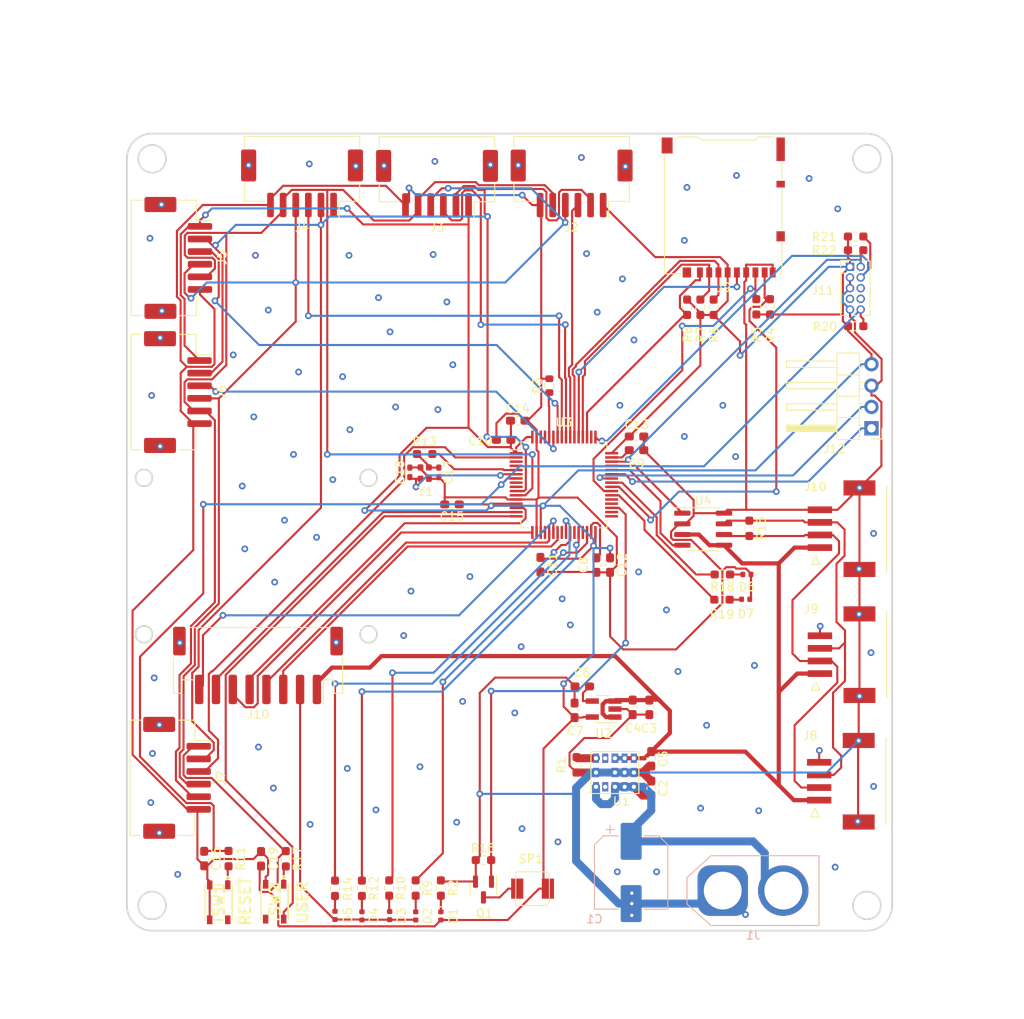
<source format=kicad_pcb>
(kicad_pcb (version 20240108) (generator "pcbnew") (generator_version "8.0")
  (layers (0 "F.Cu" signal) (31 "B.Cu" signal) (34 "B.Paste" user) (35 "F.Paste" user) (36 "B.SilkS" user "B.Silkscreen") (37 "F.SilkS" user "F.Silkscreen") (38 "B.Mask" user) (39 "F.Mask" user) (44 "Edge.Cuts" user))
  (net 0 "")
  (net 1 "+5V")
  (net 2 "GND")
  (net 3 "Net-(U2-Cs)")
  (net 4 "+3.3V")
  (net 5 "Net-(U3-VCAP_1)")
  (net 6 "Net-(U3-VCAP_2)")
  (net 7 "Net-(C17-Pad1)")
  (net 8 "/stm32f405rg/OSC_OUT")
  (net 9 "/stm32f405rg/NRST")
  (net 10 "Net-(D1-K)")
  (net 11 "Net-(D2-A)")
  (net 12 "Net-(D3-A)")
  (net 13 "Net-(D4-A)")
  (net 14 "Net-(D5-A)")
  (net 15 "Net-(D6-A)")
  (net 16 "Net-(D7-A)")
  (net 17 "+BATT")
  (net 18 "/imu/SPI_MISO")
  (net 19 "/stm32f405rg/SPI2_CS1")
  (net 20 "/imu/SPI_CLK")
  (net 21 "/imu/SPI_MOSI")
  (net 22 "/stm32f405rg/SPI2_CS2")
  (net 23 "/stm32f405rg/SPI2_CS3")
  (net 24 "/stm32f405rg/SPI2_CS4")
  (net 25 "/stm32f405rg/SPI2_CS5")
  (net 26 "/stm32f405rg/SPI2_CS6")
  (net 27 "/can/CAN_L")
  (net 28 "/can/CAN_H")
  (net 29 "/stm32f405rg/SWDIO")
  (net 30 "/stm32f405rg/SWCLK")
  (net 31 "/stm32f405rg/USART1_RX")
  (net 32 "/stm32f405rg/USART1_TX")
  (net 33 "/stm32f405rg/SDIO_D2")
  (net 34 "Net-(Q1-D)")
  (net 35 "Net-(U1-FB)")
  (net 36 "/stm32f405rg/OSC_IN")
  (net 37 "/stm32f405rg/LED1")
  (net 38 "/stm32f405rg/LED2")
  (net 39 "Net-(U3-BOOT0)")
  (net 40 "/stm32f405rg/LED3")
  (net 41 "/stm32f405rg/LED4")
  (net 42 "Net-(R11-Pad2)")
  (net 43 "/stm32f405rg/LED_CAN_TX")
  (net 44 "/stm32f405rg/LED_CAN_RX")
  (net 46 "/stm32f405rg/SW1")
  (net 48 "/stm32f405rg/SDIO_D3")
  (net 49 "Net-(R17-Pad2)")
  (net 50 "/stm32f405rg/SDIO_CMD")
  (net 51 "/stm32f405rg/SDIO_CK")
  (net 52 "/stm32f405rg/SDIO_D0")
  (net 53 "/stm32f405rg/SDIO_D1")
  (net 54 "/stm32f405rg/SPI1_MOSI")
  (net 55 "/stm32f405rg/SPI1_SCK")
  (net 56 "/stm32f405rg/SPI1_CS")
  (net 57 "/stm32f405rg/LCD_DC")
  (net 58 "/stm32f405rg/LCD_RST")
  (net 59 "/stm32f405rg/TIM3_LCD_BL")
  (net 60 "/stm32f405rg/TIM12_SP")
  (net 61 "/stm32f405rg/ADC1_IN9")
  (net 62 "/stm32f405rg/SPI2_SCK")
  (net 63 "/stm32f405rg/CAN_RX")
  (net 64 "/stm32f405rg/CAN_TX")
  (footprint "LED_SMD:LED_0402_1005Metric" (layer "F.Cu") (at 165.2735 100.7364 180)
    (property "Reference" "D6")
    (property "Value" "LED5")
  )
  (footprint "Capacitor_SMD:C_0603_1608Metric_Pad1.08x0.95mm_HandSolder" (layer "F.Cu") (at 138.0236 82.4484)
    (property "Reference" "C14")
    (property "Value" "0.1u")
  )
  (footprint "Capacitor_SMD:C_0603_1608Metric_Pad1.08x0.95mm_HandSolder" (layer "F.Cu") (at 145.6944 114.0471 180)
    (property "Reference" "C6")
    (property "Value" "0.01u")
  )
  (footprint "Resistor_SMD:R_0603_1608Metric_Pad0.98x0.95mm_HandSolder" (layer "F.Cu") (at 145.0049 123.3718 -90)
    (property "Reference" "R1")
    (property "Value" "133")
  )
  (footprint "Resistor_SMD:R_0603_1608Metric_Pad0.98x0.95mm_HandSolder" (layer "F.Cu") (at 159.736 68.9617 90)
    (property "Reference" "R7")
    (property "Value" "10k")
  )
  (footprint "bldc_lib:SKRPACE010" (layer "F.Cu") (at 109.1184 139.6492 -90)
    (property "Reference" "SW2")
    (property "Value" "USER")
  )
  (footprint "Connector_PinHeader_2.54mm:PinHeader_1x04_P2.54mm_Horizontal" (layer "F.Cu") (at 180.086 83.3552 180)
    (property "Reference" "J12")
    (property "Value" "UART1 SH")
  )
  (footprint "Resistor_SMD:R_0603_1608Metric_Pad0.98x0.95mm_HandSolder" (layer "F.Cu") (at 128.8796 138.0236 90)
    (property "Reference" "R2")
    (property "Value" "1k")
  )
  (footprint "Resistor_SMD:R_0603_1608Metric_Pad0.98x0.95mm_HandSolder" (layer "F.Cu") (at 178.2064 71.214)
    (property "Reference" "R20")
    (property "Value" "10k")
  )
  (footprint "Resistor_SMD:R_0603_1608Metric_Pad0.98x0.95mm_HandSolder" (layer "F.Cu") (at 126.9531 86.4108 180)
    (property "Reference" "R13")
    (property "Value" "1k")
  )
  (footprint "Capacitor_SMD:C_0603_1608Metric_Pad1.08x0.95mm_HandSolder" (layer "F.Cu") (at 153.67 116.5363 -90)
    (property "Reference" "C3")
    (property "Value" "0.01u")
  )
  (footprint "Capacitor_SMD:C_0603_1608Metric_Pad1.08x0.95mm_HandSolder" (layer "F.Cu") (at 144.78 116.8919 90)
    (property "Reference" "C7")
    (property "Value" "1u")
  )
  (footprint "Capacitor_SMD:C_0603_1608Metric_Pad1.08x0.95mm_HandSolder" (layer "F.Cu") (at 147.3708 99.6188 -90)
    (property "Reference" "C8")
    (property "Value" "2.2u")
  )
  (footprint "Connector_JST:JST_ZE_SM06B-ZESS-TB_1x06-1MP_P1.50mm_Horizontal" (layer "F.Cu") (at 97.6564 63.0936 -90)
    (property "Reference" "J5")
    (property "Value" "Conn_01x06_Female")
  )
  (footprint "LED_SMD:LED_0402_1005Metric" (layer "F.Cu") (at 125.89 141.338 90)
    (property "Reference" "D2")
    (property "Value" "LED1")
  )
  (footprint "Resistor_SMD:R_0603_1608Metric_Pad0.98x0.95mm_HandSolder" (layer "F.Cu") (at 133.9444 134.7005 180)
    (property "Reference" "R16")
    (property "Value" "100k")
  )
  (footprint "omni:STM0440-T-R" (layer "F.Cu") (at 139.6114 142.4917 180)
    (property "Reference" "SP1")
    (property "Value" "SMT-0440")
  )
  (footprint "Capacitor_SMD:C_0603_1608Metric_Pad1.08x0.95mm_HandSolder" (layer "F.Cu") (at 152.146 85.9536)
    (property "Reference" "C9")
    (property "Value" "2.2u")
  )
  (footprint "Resistor_SMD:R_0603_1608Metric_Pad0.98x0.95mm_HandSolder" (layer "F.Cu") (at 119.4892 138.0519 -90)
    (property "Reference" "R12")
    (property "Value" "1k")
  )
  (footprint "Capacitor_SMD:C_0402_1005Metric_Pad0.74x0.62mm_HandSolder" (layer "F.Cu") (at 125.1872 88.5952 90)
    (property "Reference" "C18")
    (property "Value" "10p")
  )
  (footprint "Capacitor_SMD:C_0603_1608Metric_Pad1.08x0.95mm_HandSolder" (layer "F.Cu") (at 100.7364 134.5184 -90)
    (property "Reference" "C16")
    (property "Value" "0.1u")
  )
  (footprint "Connector_JST:JST_ZE_SM06B-ZESS-TB_1x06-1MP_P1.50mm_Horizontal" (layer "F.Cu") (at 97.504 124.9172 -90)
    (property "Reference" "J7")
    (property "Value" "Conn_01x06_Female")
  )
  (footprint "Connector_PinHeader_1.27mm:PinHeader_2x05_P1.27mm_Vertical" (layer "F.Cu") (at 177.5306 64.1504)
    (property "Reference" "J11")
    (property "Value" "Conn_ARM_JTAG_SWD_10")
  )
  (footprint "Package_QFP:LQFP-64_10x10mm_P0.5mm" (layer "F.Cu") (at 143.51 90.0684)
    (property "Reference" "U3")
    (property "Value" "STM32F405RGTx")
  )
  (footprint "Resistor_SMD:R_0603_1608Metric_Pad0.98x0.95mm_HandSolder" (layer "F.Cu") (at 122.7328 138.0236 -90)
    (property "Reference" "R10")
    (property "Value" "1k")
  )
  (footprint "bldc_lib:21322604YY" (layer "F.Cu") (at 173.8668 125.3236 90)
    (property "Reference" "J8")
    (property "Value" "Conn" (hide yes))
  )
  (footprint "Connector_Card:microSD_HC_Hirose_DM3AT-SF-PEJM5" (layer "F.Cu") (at 162.4584 57.0992 180)
    (property "Reference" "J9")
    (property "Value" "Micro_SD_Card")
  )
  (footprint "bldc_lib:SKRPACE010" (layer "F.Cu") (at 102.4636 139.7265 -90)
    (property "Reference" "SW1")
    (property "Value" "RESET")
  )
  (footprint "Capacitor_SMD:C_0603_1608Metric_Pad1.08x0.95mm_HandSolder" (layer "F.Cu") (at 140.716 99.568 -90)
    (property "Reference" "C11")
    (property "Value" "0.1u")
  )
  (footprint "Connector_JST:JST_ZE_SM06B-ZESS-TB_1x06-1MP_P1.50mm_Horizontal" (layer "F.Cu") (at 112.3696 54.2224 180)
    (property "Reference" "J4")
    (property "Value" "Conn_01x06_Female")
  )
  (footprint "LED_SMD:LED_0402_1005Metric" (layer "F.Cu") (at 122.7912 141.3031 90)
    (property "Reference" "D3")
    (property "Value" "LED2")
  )
  (footprint "Connector_JST:JST_ZE_SM06B-ZESS-TB_1x06-1MP_P1.50mm_Horizontal" (layer "F.Cu") (at 128.4224 54.2732 180)
    (property "Reference" "J3")
    (property "Value" "Conn_01x06_Female")
  )
  (footprint "Capacitor_SMD:C_0603_1608Metric_Pad1.08x0.95mm_HandSolder" (layer "F.Cu") (at 148.9964 99.6188 -90)
    (property "Reference" "C12")
    (property "Value" "0.1u")
  )
  (footprint "Resistor_SMD:R_0603_1608Metric_Pad0.98x0.95mm_HandSolder" (layer "F.Cu") (at 103.632 134.5203 -90)
    (property "Reference" "R11")
    (property "Value" "1k")
  )
  (footprint "bldc_lib:21322604YY" (layer "F.Cu") (at 173.9565 110.272 90)
    (property "Reference" "J9")
    (property "Value" "Conn" (hide yes))
  )
  (footprint "LED_SMD:LED_0402_1005Metric" (layer "F.Cu") (at 119.4892 141.3309 90)
    (property "Reference" "D4")
    (property "Value" "LED3")
  )
  (footprint "Capacitor_SMD:C_0603_1608Metric_Pad1.08x0.95mm_HandSolder" (layer "F.Cu") (at 151.6888 116.5363 -90)
    (property "Reference" "C4")
    (property "Value" "1u")
  )
  (footprint "bldc:XRCGB16M000FXN02R0" (layer "F.Cu") (at 126.9572 88.6822 -90)
    (property "Reference" "Y1")
    (property "Value" "XRCGB16M000FXN02R0")
  )
  (footprint "Connector_JST:JST_ZE_SM06B-ZESS-TB_1x06-1MP_P1.50mm_Horizontal" (layer "F.Cu") (at 97.6056 79.0448 -90)
    (property "Reference" "J6")
    (property "Value" "Conn_01x06_Female")
  )
  (footprint "LED_SMD:LED_0402_1005Metric" (layer "F.Cu") (at 165.123 103.6828 180)
    (property "Reference" "D7")
    (property "Value" "LED6")
  )
  (footprint "Capacitor_SMD:C_0402_1005Metric_Pad0.74x0.62mm_HandSolder" (layer "F.Cu") (at 128.6416 88.5952 -90)
    (property "Reference" "C17")
    (property "Value" "10p")
  )
  (footprint "Capacitor_SMD:C_0603_1608Metric_Pad1.08x0.95mm_HandSolder" (layer "F.Cu") (at 153.8949 122.6606 -90)
    (property "Reference" "C5")
    (property "Value" "22u")
  )
  (footprint "Package_TO_SOT_SMD:SOT-23" (layer "F.Cu") (at 133.9444 138.1991 -90)
    (property "Reference" "Q1")
    (property "Value" "BSS138")
  )
  (footprint "Package_TO_SOT_SMD:SOT-23-5_HandSoldering" (layer "F.Cu") (at 148.2344 116.7395 180)
    (property "Reference" "U2")
    (property "Value" "NJM12877F33-TE1")
  )
  (footprint "Resistor_SMD:R_0603_1608Metric_Pad0.98x0.95mm_HandSolder" (layer "F.Cu") (at 162.3549 100.7364)
    (property "Reference" "R18")
    (property "Value" "1k")
  )
  (footprint "Capacitor_SMD:C_0603_1608Metric_Pad1.08x0.95mm_HandSolder" (layer "F.Cu") (at 130.2004 92.4052 180)
    (property "Reference" "C15")
    (property "Value" "0.1u")
  )
  (footprint "Resistor_SMD:R_0603_1608Metric_Pad0.98x0.95mm_HandSolder" (layer "F.Cu") (at 158.1612 68.9617 -90)
    (property "Reference" "R8")
    (property "Value" "10k")
  )
  (footprint "Resistor_SMD:R_0603_1608Metric_Pad0.98x0.95mm_HandSolder" (layer "F.Cu") (at 178.2064 60.546)
    (property "Reference" "R21")
    (property "Value" "10k")
  )
  (footprint "Resistor_SMD:R_0603_1608Metric_Pad0.98x0.95mm_HandSolder" (layer "F.Cu") (at 162.306 103.7336)
    (property "Reference" "R19")
    (property "Value" "1k")
  )
  (footprint "Connector_JST:JST_PH_S8B-PH-SM4-TB_1x08-1MP_P2.00mm_Horizontal" (layer "F.Cu") (at 107.1372 111.5568 180)
    (property "Reference" "J10")
    (property "Value" "PH 2.0")
  )
  (footprint "Resistor_SMD:R_0603_1608Metric_Pad0.98x0.95mm_HandSolder" (layer "F.Cu") (at 168.0164 68.9071 90)
    (property "Reference" "R4")
    (property "Value" "10k")
  )
  (footprint "Resistor_SMD:R_0603_1608Metric_Pad0.98x0.95mm_HandSolder" (layer "F.Cu") (at 116.2888 138.0519 -90)
    (property "Reference" "R14")
    (property "Value" "1k")
  )
  (footprint "Resistor_SMD:R_0603_1608Metric_Pad0.98x0.95mm_HandSolder" (layer "F.Cu") (at 161.3108 68.9636 90)
    (property "Reference" "R6")
    (property "Value" "10k")
  )
  (footprint "Resistor_SMD:R_0603_1608Metric_Pad0.98x0.95mm_HandSolder" (layer "F.Cu") (at 178.2064 62.1716)
    (property "Reference" "R22")
    (property "Value" "10k")
  )
  (footprint "Capacitor_SMD:C_0603_1608Metric_Pad1.08x0.95mm_HandSolder" (layer "F.Cu") (at 153.8949 126.1658 90)
    (property "Reference" "C2")
    (property "Value" "22u")
  )
  (footprint "Package_SO:SOIC-8_3.9x4.9mm_P1.27mm" (layer "F.Cu") (at 160.0708 95.3516)
    (property "Reference" "U4")
    (property "Value" "MCP2562-E-SN")
  )
  (footprint "LED_SMD:LED_0402_1005Metric" (layer "F.Cu") (at 128.8796 141.3415 -90)
    (property "Reference" "D1")
    (property "Value" "LED")
  )
  (footprint "Resistor_SMD:R_0603_1608Metric_Pad0.98x0.95mm_HandSolder" (layer "F.Cu") (at 125.8824 138.0236 -90)
    (property "Reference" "R9")
    (property "Value" "1k")
  )
  (footprint "Connector_JST:JST_ZE_SM06B-ZESS-TB_1x06-1MP_P1.50mm_Horizontal" (layer "F.Cu") (at 144.428 54.2332 180)
    (property "Reference" "J2")
    (property "Value" "Conn_01x06_Female")
  )
  (footprint "Resistor_SMD:R_0603_1608Metric_Pad0.98x0.95mm_HandSolder" (layer "F.Cu") (at 166.3908 68.909 90)
    (property "Reference" "R5")
    (property "Value" "10k")
  )
  (footprint "Resistor_SMD:R_0603_1608Metric_Pad0.98x0.95mm_HandSolder" (layer "F.Cu") (at 110.4392 134.5427 -90)
    (property "Reference" "R17")
    (property "Value" "10k")
  )
  (footprint "Resistor_SMD:R_0603_1608Metric" (layer "F.Cu") (at 141.7828 78.2828 90)
    (property "Reference" "R3")
    (property "Value" "10k")
  )
  (footprint "bldc_lib:21322604YY" (layer "F.Cu") (at 173.9565 95.292 90)
    (property "Reference" "J10")
    (property "Value" "Conn" (hide yes))
  )
  (footprint "Resistor_SMD:R_0603_1608Metric_Pad0.98x0.95mm_HandSolder" (layer "F.Cu") (at 165.5572 95.25 -90)
    (property "Reference" "R15")
    (property "Value" "120")
  )
  (footprint "Capacitor_SMD:C_0603_1608Metric_Pad1.08x0.95mm_HandSolder" (layer "F.Cu") (at 136.3472 84.7344 180)
    (property "Reference" "C10")
    (property "Value" "0.1u")
  )
  (footprint "LED_SMD:LED_0402_1005Metric" (layer "F.Cu") (at 116.2888 141.2801 90)
    (property "Reference" "D5")
    (property "Value" "LED4")
  )
  (footprint "Capacitor_SMD:C_0603_1608Metric_Pad1.08x0.95mm_HandSolder" (layer "F.Cu") (at 107.4928 134.5427 90)
    (property "Reference" "C19")
    (property "Value" "0.1u")
  )
  (footprint "cubli:LXDC55FAAA-203" (layer "F.Cu") (at 149.5769 124.2862 180)
    (property "Reference" "U1")
    (property "Value" "LXDC55FAAA-203")
  )
  (footprint "Capacitor_SMD:C_0603_1608Metric_Pad1.08x0.95mm_HandSolder" (layer "F.Cu") (at 152.146 84.328)
    (property "Reference" "C13")
    (property "Value" "0.1u")
  )
  (footprint "Connector_AMASS:AMASS_XT60-F_1x02_P7.20mm_Vertical" (layer "B.Cu") (at 162.3968 138.3284)
    (property "Reference" "J1")
    (property "Value" "XT60PW-M")
  )
  (footprint "Capacitor_SMD:CP_Elec_8x10.5" (layer "B.Cu") (at 151.5073 136.1734 -90)
    (property "Reference" "C1")
    (property "Value" "150u")
  )
  (gr_circle (center 179.5416 140.093) (end 181.1916 140.093) (stroke (width 0.2)) (fill none) (layer "Edge.Cuts"))
  (gr_arc (start 91.5416 51.308) (mid 92.42028 49.18668) (end 94.5416 48.308) (stroke (width 0.2)) (layer "Edge.Cuts"))
  (gr_arc (start 94.5416 143.093) (mid 92.42028 142.21432) (end 91.5416 140.093) (stroke (width 0.2)) (layer "Edge.Cuts"))
  (gr_circle (center 120.2736 89.2484) (end 121.2736 89.2484) (stroke (width 0.2)) (fill none) (layer "Edge.Cuts"))
  (gr_line (start 91.5416 51.308) (end 91.5416 140.093) (stroke (width 0.2)) (layer "Edge.Cuts"))
  (gr_circle (center 120.2736 107.8484) (end 121.2736 107.8484) (stroke (width 0.2)) (fill none) (layer "Edge.Cuts"))
  (gr_line (start 94.5416 143.093) (end 179.5416 143.093) (stroke (width 0.2)) (layer "Edge.Cuts"))
  (gr_arc (start 182.5416 140.093) (mid 181.66292 142.21432) (end 179.5416 143.093) (stroke (width 0.2)) (layer "Edge.Cuts"))
  (gr_line (start 179.5416 48.308) (end 94.5416 48.308) (stroke (width 0.2)) (layer "Edge.Cuts"))
  (gr_arc (start 179.5416 48.308) (mid 181.66292 49.18668) (end 182.5416 51.308) (stroke (width 0.2)) (layer "Edge.Cuts"))
  (gr_circle (center 93.5736 89.2484) (end 94.5736 89.2484) (stroke (width 0.2)) (fill none) (layer "Edge.Cuts"))
  (gr_circle (center 179.5416 51.308) (end 181.1916 51.308) (stroke (width 0.2)) (fill none) (layer "Edge.Cuts"))
  (gr_line (start 182.5416 140.093) (end 182.5416 51.308) (stroke (width 0.2)) (layer "Edge.Cuts"))
  (gr_circle (center 94.5416 51.308) (end 96.1916 51.308) (stroke (width 0.2)) (fill none) (layer "Edge.Cuts"))
  (gr_circle (center 94.5416 140.093) (end 96.1916 140.093) (stroke (width 0.2)) (fill none) (layer "Edge.Cuts"))
  (gr_circle (center 93.5736 107.8484) (end 94.5736 107.8484) (stroke (width 0.2)) (fill none) (layer "Edge.Cuts"))
  (segment (start 169.062 114.706) (end 169.062 99.4156) (width 0.5) (layer "F.Cu") (net 1))
  (segment (start 169.062 125.781) (end 169.062 114.706) (width 0.5) (layer "F.Cu") (net 1))
  (segment (start 153.67 115.674) (end 153.6698 115.674) (width 0.5) (layer "F.Cu") (net 1))
  (segment (start 151.689 115.674) (end 151.6888 115.6738) (width 0.5) (layer "F.Cu") (net 1))
  (segment (start 165.08 121.798) (end 169.062 125.781) (width 0.5) (layer "F.Cu") (net 1))
  (segment (start 153.895 121.798) (end 165.08 121.798) (width 0.5) (layer "F.Cu") (net 1))
  (segment (start 148.529 117.69) (end 149.584 117.69) (width 0.5) (layer "F.Cu") (net 1))
  (segment (start 169.062 99.4156) (end 170.936 97.542) (width 0.5) (layer "F.Cu") (net 1))
  (segment (start 162.5458 97.2566) (end 160.8254 97.2566) (width 0.5) (layer "F.Cu") (net 1))
  (segment (start 171.247 112.522) (end 173.956 112.522) (width 0.5) (layer "F.Cu") (net 1))
  (segment (start 114.1372 114.4068) (end 114.137 114.4068) (width 0.5) (layer "F.Cu") (net 1))
  (segment (start 151.8269 122.5862) (end 151.8269 122.586) (width 0.5) (layer "F.Cu") (net 1))
  (segment (start 115.9256 111.8108) (end 120.4468 111.8108) (width 0.5) (layer "F.Cu") (net 1))
  (segment (start 153.723 115.621) (end 153.67 115.674) (width 0.5) (layer "F.Cu") (net 1))
  (segment (start 151.8269 122.586) (end 153.106 122.586) (width 0.5) (layer "F.Cu") (net 1))
  (segment (start 151.689 115.674) (end 149.7 115.674) (width 0.5) (layer "F.Cu") (net 1))
  (segment (start 114.1372 114.4068) (end 114.1372 113.5992) (width 0.5) (layer "F.Cu") (net 1))
  (segment (start 173.9565 97.542) (end 173.956 97.542) (width 0.5) (layer "F.Cu") (net 1))
  (segment (start 154.91 120.782) (end 154.91 120.781) (width 0.5) (layer "F.Cu") (net 1))
  (segment (start 114.137 113.946) (end 114.137 114.4068) (width 0.5) (layer "F.Cu") (net 1))
  (segment (start 156.108 116.942) (end 154.864 115.697) (width 0.5) (layer "F.Cu") (net 1))
  (segment (start 154.91 120.781) (end 156.108 119.583) (width 0.5) (layer "F.Cu") (net 1))
  (segment (start 150.7269 122.586) (end 151.8269 122.586) (width 0.5) (layer "F.Cu") (net 1))
  (segment (start 149.642 115.732) (end 149.6419 115.732) (width 0.5) (layer "F.Cu") (net 1))
  (segment (start 148.523 115.79) (end 148.114 116.198) (width 0.5) (layer "F.Cu") (net 1))
  (segment (start 173.867 127.574) (end 173.8664 127.574) (width 0.5) (layer "F.Cu") (net 1))
  (segment (start 169.062 99.4156) (end 164.7048 99.4156) (width 0.5) (layer "F.Cu") (net 1))
  (segment (start 148.114 116.198) (end 148.114 117.274) (width 0.5) (layer "F.Cu") (net 1))
  (segment (start 153.106 122.586) (end 153.895 121.797) (width 0.5) (layer "F.Cu") (net 1))
  (segment (start 173.8664 127.574) (end 170.855 127.574) (width 0.5) (layer "F.Cu") (net 1))
  (segment (start 153.8949 121.7981) (end 153.895 121.798) (width 0.5) (layer "F.Cu") (net 1))
  (segment (start 114.137 114.4068) (end 114.137 114.407) (width 0.5) (layer "F.Cu") (net 1))
  (segment (start 150.7269 122.5862) (end 150.7269 122.586) (width 0.5) (layer "F.Cu") (net 1))
  (segment (start 149.5844 117.6895) (end 149.5844 117.6896) (width 0.5) (layer "F.Cu") (net 1))
  (segment (start 159.5554 95.9866) (end 157.5958 95.9866) (width 0.5) (layer "F.Cu") (net 1))
  (segment (start 148.114 117.274) (end 148.529 117.69) (width 0.5) (layer "F.Cu") (net 1))
  (segment (start 154.788 115.621) (end 149.606 110.439) (width 0.5) (layer "F.Cu") (net 1))
  (segment (start 153.895 121.798) (end 153.895 121.797) (width 0.5) (layer "F.Cu") (net 1))
  (segment (start 149.7 115.674) (end 149.642 115.732) (width 0.5) (layer "F.Cu") (net 1))
  (segment (start 154.864 115.697) (end 154.788 115.621) (width 0.5) (layer "F.Cu") (net 1))
  (segment (start 114.1372 113.5992) (end 115.9256 111.8108) (width 0.5) (layer "F.Cu") (net 1))
  (segment (start 154.788 115.621) (end 153.723 115.621) (width 0.5) (layer "F.Cu") (net 1))
  (segment (start 153.895 121.797) (end 153.895 121.798) (width 0.5) (layer "F.Cu") (net 1))
  (segment (start 153.6698 115.674) (end 151.689 115.674) (width 0.5) (layer "F.Cu") (net 1))
  (segment (start 169.062 114.706) (end 171.247 112.522) (width 0.5) (layer "F.Cu") (net 1))
  (segment (start 170.936 97.542) (end 173.956 97.542) (width 0.5) (layer "F.Cu") (net 1))
  (segment (start 149.642 115.732) (end 149.584 115.79) (width 0.5) (layer "F.Cu") (net 1))
  (segment (start 149.5844 117.6896) (end 149.584 117.69) (width 0.5) (layer "F.Cu") (net 1))
  (segment (start 173.8664 127.574) (end 173.8668 127.5736) (width 0.5) (layer "F.Cu") (net 1))
  (segment (start 149.606 110.439) (end 121.8186 110.439) (width 0.5) (layer "F.Cu") (net 1))
  (segment (start 153.895 121.797) (end 154.91 120.782) (width 0.5) (layer "F.Cu") (net 1))
  (segment (start 149.576 122.586) (end 150.7269 122.586) (width 0.5) (layer "F.Cu") (net 1))
  (segment (start 156.108 119.583) (end 156.108 116.942) (width 0.5) (layer "F.Cu") (net 1))
  (segment (start 153.6698 115.674) (end 153.67 115.6738) (width 0.5) (layer "F.Cu") (net 1))
  (segment (start 160.8254 97.2566) (end 159.5554 95.9866) (width 0.5) (layer "F.Cu") (net 1))
  (segment (start 154.864 115.697) (end 154.788 115.621) (width 0.5) (layer "F.Cu") (net 1))
  (segment (start 149.584 115.79) (end 148.523 115.79) (width 0.5) (layer "F.Cu") (net 1))
  (segment (start 164.7048 99.4156) (end 162.5458 97.2566) (width 0.5) (layer "F.Cu") (net 1))
  (segment (start 149.6419 115.732) (end 149.5844 115.7895) (width 0.5) (layer "F.Cu") (net 1))
  (segment (start 120.4468 111.8108) (end 121.8186 110.439) (width 0.5) (layer "F.Cu") (net 1))
  (segment (start 173.9565 112.522) (end 173.956 112.522) (width 0.5) (layer "F.Cu") (net 1))
  (segment (start 170.855 127.574) (end 169.062 125.781) (width 0.5) (layer "F.Cu") (net 1))
  (segment (start 149.5769 122.5862) (end 150.7269 122.5862) (width 0.5) (layer "B.Cu") (net 1))
  (segment (start 101.3886 141.8015) (end 101.3886 137.6515) (width 0.25) (layer "F.Cu") (net 2))
  (segment (start 165.1535 100.0408) (end 165.7585 100.6458) (width 0.25) (layer "F.Cu") (net 2))
  (segment (start 178.562 120.498) (end 178.5668 120.4932) (width 0.25) (layer "F.Cu") (net 2))
  (segment (start 145.0043 124.284) (end 144.1804 123.4601) (width 0.25) (layer "F.Cu") (net 2))
  (segment (start 116.195 141.7651) (end 116.2888 141.7651) (width 0.25) (layer "F.Cu") (net 2))
  (segment (start 165.7585 103.5323) (end 165.7585 100.7364) (width 0.25) (layer "F.Cu") (net 2))
  (segment (start 101.6402 76.0448) (end 101.9599 75.7251) (width 0.25) (layer "F.Cu") (net 2))
  (segment (start 157.5958 94.7166) (end 157.1871 94.7166) (width 0.25) (layer "F.Cu") (net 2))
  (segment (start 165.608 103.6828) (end 165.7585 103.5323) (width 0.25) (layer "F.Cu") (net 2))
  (segment (start 101.3886 137.6515) (end 101.3886 137.2255) (width 0.25) (layer "F.Cu") (net 2))
  (segment (start 164.9675 70.8334) (end 165.1834 71.0493) (width 0.25) (layer "F.Cu") (net 2))
  (segment (start 165.1834 64.3607) (end 165.1834 63.8973) (width 0.25) (layer "F.Cu") (net 2))
  (segment (start 126.1647 88.0072) (end 126.2822 88.0072) (width 0.25) (layer "F.Cu") (net 2))
  (segment (start 106.5989 134.5741) (end 101.915 134.5741) (width 0.25) (layer "F.Cu") (net 2))
  (segment (start 140.4862 86.1554) (end 140.4862 91.5922) (width 0.25) (layer "F.Cu") (net 2))
  (segment (start 158.9366 93.7642) (end 158.9366 93.4466) (width 0.25) (layer "F.Cu") (net 2))
  (segment (start 162.3549 100.3377) (end 162.8271 99.8655) (width 0.25) (layer "F.Cu") (net 2))
  (segment (start 156.2547 96.3785) (end 156.4978 96.6216) (width 0.25) (layer "F.Cu") (net 2))
  (segment (start 165.1834 64.3607) (end 165.1834 64.8242) (width 0.25) (layer "F.Cu") (net 2))
  (segment (start 128.6416 89.1627) (end 128.4471 89.3572) (width 0.25) (layer "F.Cu") (net 2))
  (segment (start 153.8949 125.3033) (end 153.8949 125.303) (width 0.25) (layer "F.Cu") (net 2))
  (segment (start 133.0319 137.2053) (end 132.9944 137.2428) (width 0.25) (layer "F.Cu") (net 2))
  (segment (start 98.6657 76.0448) (end 97.9412 76.7693) (width 0.25) (layer "F.Cu") (net 2))
  (segment (start 119.4638 141.7651) (end 119.4892 141.7905) (width 0.25) (layer "F.Cu") (net 2))
  (segment (start 140.716 100.4305) (end 147.32 100.4305) (width 0.25) (layer "F.Cu") (net 2))
  (segment (start 144.8319 114.0471) (end 144.78 114.0471) (width 0.25) (layer "F.Cu") (net 2))
  (segment (start 110.1288 54.5206) (end 108.6196 56.0298) (width 0.25) (layer "F.Cu") (net 2))
  (segment (start 140.8108 56.941) (end 140.678 56.8082) (width 0.25) (layer "F.Cu") (net 2))
  (segment (start 129.3379 92.4052) (end 129.3379 91.5663) (width 0.25) (layer "F.Cu") (net 2))
  (segment (start 112.1372 114.4068) (end 112.1372 137.7073) (width 0.25) (layer "F.Cu") (net 2))
  (segment (start 122.3448 54.5206) (end 110.1288 54.5206) (width 0.25) (layer "F.Cu") (net 2))
  (segment (start 108.6196 56.7974) (end 100.5749 56.7974) (width 0.25) (layer "F.Cu") (net 2))
  (segment (start 177.5306 69.2304) (end 177.5306 70.0573) (width 0.25) (layer "F.Cu") (net 2))
  (segment (start 135.4847 84.7344) (end 135.4847 82.7501) (width 0.25) (layer "F.Cu") (net 2))
  (segment (start 162.3549 104.1311) (end 156.8369 109.6491) (width 0.25) (layer "F.Cu") (net 2))
  (segment (start 140.26 84.3934) (end 140.26 85.9292) (width 0.25) (layer "F.Cu") (net 2))
  (segment (start 116.2888 141.7651) (end 119.4638 141.7651) (width 0.25) (layer "F.Cu") (net 2))
  (segment (start 181.2896 75.1226) (end 178.1153 71.9483) (width 0.25) (layer "F.Cu") (net 2))
  (segment (start 139.184 82.4484) (end 140.8108 80.8216) (width 0.25) (layer "F.Cu") (net 2))
  (segment (start 144.78 114.0015) (end 143.7792 113.0007) (width 0.25) (layer "F.Cu") (net 2))
  (segment (start 181.2629 87.8251) (end 178.664 90.424) (width 0.25) (layer "F.Cu") (net 2))
  (segment (start 100.2314 67.4522) (end 100.2314 66.8436) (width 0.25) (layer "F.Cu") (net 2))
  (segment (start 139.184 82.4484) (end 140.26 83.5244) (width 0.25) (layer "F.Cu") (net 2))
  (segment (start 157.9842 94.7166) (end 158.9366 93.7642) (width 0.25) (layer "F.Cu") (net 2))
  (segment (start 165.1834 93.042) (end 173.9565 93.042) (width 0.25) (layer "F.Cu") (net 2))
  (segment (start 148.9964 108.0957) (end 148.9964 100.4813) (width 0.25) (layer "F.Cu") (net 2))
  (segment (start 153.8949 125.303) (end 153.894 125.303) (width 0.25) (layer "F.Cu") (net 2))
  (segment (start 122.7912 141.7893) (end 122.7912 141.7881) (width 0.25) (layer "F.Cu") (net 2))
  (segment (start 92.2176 122.1645) (end 98.7203 128.6672) (width 0.25) (layer "F.Cu") (net 2))
  (segment (start 165.1834 63.8973) (end 168.3334 63.8973) (width 0.25) (layer "F.Cu") (net 2))
  (segment (start 178.46 130.099) (end 178.4922 130.099) (width 0.25) (layer "F.Cu") (net 2))
  (segment (start 129.3379 89.859) (end 128.6416 89.1627) (width 0.25) (layer "F.Cu") (net 2))
  (segment (start 140.4862 91.5922) (end 145.1285 91.5922) (width 0.25) (layer "F.Cu") (net 2))
  (segment (start 178.5668 120.4932) (end 178.5668 120.4736) (width 0.25) (layer "F.Cu") (net 2))
  (segment (start 108.6196 56.0298) (end 108.6196 56.7974) (width 0.25) (layer "F.Cu") (net 2))
  (segment (start 150.5498 109.6491) (end 148.9964 108.0957) (width 0.25) (layer "F.Cu") (net 2))
  (segment (start 99.9261 134.5706) (end 100.7364 135.3809) (width 0.25) (layer "F.Cu") (net 2))
  (segment (start 156.4978 96.6216) (end 158.6388 96.6216) (width 0.25) (layer "F.Cu") (net 2))
  (segment (start 168.3334 64.3607) (end 168.3334 64.8242) (width 0.25) (layer "F.Cu") (net 2))
  (segment (start 98.7203 128.6672) (end 100.079 128.6672) (width 0.25) (layer "F.Cu") (net 2))
  (segment (start 108.0434 137.1482) (end 108.0434 136.7223) (width 0.25) (layer "F.Cu") (net 2))
  (segment (start 99.4369 82.7948) (end 100.1806 82.7948) (width 0.25) (layer "F.Cu") (net 2))
  (segment (start 173.8668 123.0736) (end 173.8668 121.6876) (width 0.25) (layer "F.Cu") (net 2))
  (segment (start 125.0922 54.7749) (end 125.0922 56.4284) (width 0.25) (layer "F.Cu") (net 2))
  (segment (start 162.3549 100.3377) (end 162.3549 104.1311) (width 0.25) (layer "F.Cu") (net 2))
  (segment (start 100.5749 56.7974) (end 97.4948 59.8775) (width 0.25) (layer "F.Cu") (net 2))
  (segment (start 135.4847 82.7501) (end 136.6212 81.6136) (width 0.25) (layer "F.Cu") (net 2))
  (segment (start 147.327 124.286) (end 147.3267 124.286) (width 0.25) (layer "F.Cu") (net 2))
  (segment (start 163.8251 99.8655) (end 164.0004 100.0408) (width 0.25) (layer "F.Cu") (net 2))
  (segment (start 162.8271 99.8655) (end 163.8251 99.8655) (width 0.25) (layer "F.Cu") (net 2))
  (segment (start 145.006 124.286) (end 145.005 124.284) (width 0.95) (layer "F.Cu") (net 2))
  (segment (start 149.5844 116.7395) (end 151.0295 116.7395) (width 0.25) (layer "F.Cu") (net 2))
  (segment (start 151.826 124.286) (end 151.8271 124.286) (width 0.95) (layer "F.Cu") (net 2))
  (segment (start 119.4892 141.7905) (end 122.79 141.7905) (width 0.25) (layer "F.Cu") (net 2))
  (segment (start 145.0046 124.284) (end 145.0043 124.284) (width 0.95) (layer "F.Cu") (net 2))
  (segment (start 158.9366 91.8817) (end 153.0085 85.9536) (width 0.25) (layer "F.Cu") (net 2))
  (segment (start 178.4922 130.099) (end 178.5668 130.1736) (width 0.25) (layer "F.Cu") (net 2))
  (segment (start 180.086 78.2752) (end 180.086 78.8636) (width 0.25) (layer "F.Cu") (net 2))
  (segment (start 107.4928 133.6802) (end 106.5989 134.5741) (width 0.25) (layer "F.Cu") (net 2))
  (segment (start 138.8861 82.4484) (end 139.184 82.4484) (width 0.25) (layer "F.Cu") (net 2))
  (segment (start 129.3379 91.5663) (end 136.5575 91.5663) (width 0.25) (layer "F.Cu") (net 2))
  (segment (start 101.9599 75.7251) (end 101.9599 69.1807) (width 0.25) (layer "F.Cu") (net 2))
  (segment (start 108.0434 137.1482) (end 108.0434 137.5742) (width 0.25) (layer "F.Cu") (net 2))
  (segment (start 136.6212 81.6136) (end 138.0513 81.6136) (width 0.25) (layer "F.Cu") (net 2))
  (segment (start 147.326 124.286) (end 145.006 124.286) (width 0.95) (layer "F.Cu") (net 2))
  (segment (start 178.562 115.316) (end 178.664 115.214) (width 0.25) (layer "F.Cu") (net 2))
  (segment (start 153.8948 123.523) (end 153.895 123.523) (width 0.25) (layer "F.Cu") (net 2))
  (segment (start 140.26 83.5244) (end 140.26 84.3934) (width 0.25) (layer "F.Cu") (net 2))
  (segment (start 148.9964 100.4813) (end 147.3708 100.4813) (width 0.25) (layer "F.Cu") (net 2))
  (segment (start 144.1804 123.4601) (end 144.1804 121.9403) (width 0.25) (layer "F.Cu") (net 2))
  (segment (start 140.4862 91.5922) (end 140.26 91.8184) (width 0.25) (layer "F.Cu") (net 2))
  (segment (start 145.9375 120.1832) (end 148.9044 120.1832) (width 0.25) (layer "F.Cu") (net 2))
  (segment (start 127.4572 89.1822) (end 127.4572 89.3572) (width 0.25) (layer "F.Cu") (net 2))
  (segment (start 168.3334 64.3607) (end 168.3334 63.8973) (width 0.25) (layer "F.Cu") (net 2))
  (segment (start 99.4369 97.8282) (end 92.2176 105.0475) (width 0.25) (layer "F.Cu") (net 2))
  (segment (start 178.562 120.498) (end 178.562 115.316) (width 0.25) (layer "F.Cu") (net 2))
  (segment (start 177.5306 65.4204) (end 177.5306 66.6904) (width 0.25) (layer "F.Cu") (net 2))
  (segment (start 153.894 123.523) (end 153.8948 123.523) (width 0.25) (layer "F.Cu") (net 2))
  (segment (start 145.0046 124.284) (end 145.0049 124.2843) (width 0.25) (layer "F.Cu") (net 2))
  (segment (start 181.2896 77.66) (end 181.2896 75.1226) (width 0.25) (layer "F.Cu") (net 2))
  (segment (start 173.8668 121.6876) (end 173.8884 121.666) (width 0.25) (layer "F.Cu") (net 2))
  (segment (start 178.4922 123.0736) (end 178.4922 120.5678) (width 0.25) (layer "F.Cu") (net 2))
  (segment (start 144.1804 121.9403) (end 145.9375 120.1832) (width 0.25) (layer "F.Cu") (net 2))
  (segment (start 97.4948 59.8775) (end 97.4948 67.7146) (width 0.25) (layer "F.Cu") (net 2))
  (segment (start 92.2176 105.0475) (end 92.2176 122.1645) (width 0.25) (layer "F.Cu") (net 2))
  (segment (start 178.4922 120.5678) (end 178.562 120.498) (width 0.25) (layer "F.Cu") (net 2))
  (segment (start 158.9366 93.4466) (end 158.9366 91.8817) (width 0.25) (layer "F.Cu") (net 2))
  (segment (start 129.3379 91.5663) (end 129.3379 89.859) (width 0.25) (layer "F.Cu") (net 2))
  (segment (start 140.26 95.7434) (end 140.26 91.8184) (width 0.25) (layer "F.Cu") (net 2))
  (segment (start 173.9565 93.042) (end 176.0565 93.042) (width 0.25) (layer "F.Cu") (net 2))
  (segment (start 124.6724 56.8482) (end 122.3448 54.5206) (width 0.25) (layer "F.Cu") (net 2))
  (segment (start 178.1153 71.9483) (end 178.1153 70.642) (width 0.25) (layer "F.Cu") (net 2))
  (segment (start 165.7585 100.6458) (end 165.7585 100.7364) (width 0.25) (layer "F.Cu") (net 2))
  (segment (start 147.3267 124.286) (end 147.326 124.286) (width 0.25) (layer "F.Cu") (net 2))
  (segment (start 98.6657 76.0448) (end 101.6402 76.0448) (width 0.25) (layer "F.Cu") (net 2))
  (segment (start 140.678 56.8082) (end 139.742 56.8082) (width 0.25) (layer "F.Cu") (net 2))
  (segment (start 153.895 125.303) (end 153.8949 125.303) (width 0.25) (layer "F.Cu") (net 2))
  (segment (start 149.8033 96.267) (end 149.8033 99.6744) (width 0.25) (layer "F.Cu") (net 2))
  (segment (start 153.8948 123.523) (end 153.8949 123.5231) (width 0.25) (layer "F.Cu") (net 2))
  (segment (start 112.1372 137.7073) (end 116.195 141.7651) (width 0.25) (layer "F.Cu") (net 2))
  (segment (start 165.1834 65.7511) (end 164.9675 65.967) (width 0.25) (layer "F.Cu") (net 2))
  (segment (start 126.2822 88.0072) (end 127.4572 89.1822) (width 0.25) (layer "F.Cu") (net 2))
  (segment (start 136.5575 91.5663) (end 136.8096 91.8184) (width 0.25) (layer "F.Cu") (net 2))
  (segment (start 122.79 141.7905) (end 122.7912 141.7893) (width 0.25) (layer "F.Cu") (net 2))
  (segment (start 144.78 114.0471) (end 144.78 114.0015) (width 0.25) (layer "F.Cu") (net 2))
  (segment (start 164.9675 65.967) (end 164.9675 70.8334) (width 0.25) (layer "F.Cu") (net 2))
  (segment (start 165.1834 64.8242) (end 165.1834 65.7511) (width 0.25) (layer "F.Cu") (net 2))
  (segment (start 108.3317 136.434) (end 108.0434 136.7223) (width 0.25) (layer "F.Cu") (net 2))
  (segment (start 147.3267 124.286) (end 147.3269 124.2862) (width 0.25) (layer "F.Cu") (net 2))
  (segment (start 125.0922 56.4284) (end 124.6724 56.8482) (width 0.25) (layer "F.Cu") (net 2))
  (segment (start 101.915 134.5741) (end 101.1082 135.3809) (width 0.25) (layer "F.Cu") (net 2))
  (segment (start 180.086 79.4521) (end 180.4539 79.4521) (width 0.25) (layer "F.Cu") (net 2))
  (segment (start 144.78 116.0294) (end 144.78 114.0471) (width 0.25) (layer "F.Cu") (net 2))
  (segment (start 140.8108 77.4578) (end 140.8108 56.941) (width 0.25) (layer "F.Cu") (net 2))
  (segment (start 135.3277 113.0007) (end 133.5047 114.8237) (width 0.25) (layer "F.Cu") (net 2))
  (segment (start 151.8271 124.286) (end 151.8269 124.2862) (width 0.25) (layer "F.Cu") (net 2))
  (segment (start 99.9261 128.8201) (end 99.9261 134.5706) (width 0.25) (layer "F.Cu") (net 2))
  (segment (start 162.5458 93.4466) (end 158.9366 93.4466) (width 0.25) (layer "F.Cu") (net 2))
  (segment (start 99.4369 82.7948) (end 99.4369 97.8282) (width 0.25) (layer "F.Cu") (net 2))
  (segment (start 97.9323 75.3114) (end 98.6657 76.0448) (width 0.25) (layer "F.Cu") (net 2))
  (segment (start 140.8108 80.8216) (end 140.8108 77.4578) (width 0.25) (layer "F.Cu") (net 2))
  (segment (start 129.0113 137.2428) (end 128.8796 137.1111) (width 0.25) (layer "F.Cu") (net 2))
  (segment (start 162.5458 93.4466) (end 162.9504 93.042) (width 0.25) (layer "F.Cu") (net 2))
  (segment (start 181.2629 80.2611) (end 181.2629 87.8251) (width 0.25) (layer "F.Cu") (net 2))
  (segment (start 149.8033 99.6744) (end 148.9964 100.4813) (width 0.25) (layer "F.Cu") (net 2))
  (segment (start 133.5047 114.8237) (end 133.5047 126.8268) (width 0.25) (layer "F.Cu") (net 2))
  (segment (start 156.2547 95.649) (end 156.2547 96.3785) (width 0.25) (layer "F.Cu") (net 2))
  (segment (start 176.0565 93.042) (end 178.6565 90.442) (width 0.25) (layer "F.Cu") (net 2))
  (segment (start 178.6565 105.422) (end 178.6565 100.142) (width 0.25) (layer "F.Cu") (net 2))
  (segment (start 151.0295 116.7395) (end 151.6888 117.3988) (width 0.25) (layer "F.Cu") (net 2))
  (segment (start 101.1082 135.3809) (end 100.7364 135.3809) (width 0.25) (layer "F.Cu") (net 2))
  (segment (start 97.4948 67.7146) (end 97.9323 68.1521) (width 0.25) (layer "F.Cu") (net 2))
  (segment (start 126.1647 88.0072) (end 126.4572 88.0072) (width 0.25) (layer "F.Cu") (net 2))
  (segment (start 133.0319 134.7005) (end 133.0319 137.2053) (width 0.25) (layer "F.Cu") (net 2))
  (segment (start 157.1871 94.7166) (end 156.2547 95.649) (width 0.25) (layer "F.Cu") (net 2))
  (segment (start 137.835 91.8184) (end 140.26 91.8184) (width 0.25) (layer "F.Cu") (net 2))
  (segment (start 158.6388 96.6216) (end 162.3549 100.3377) (width 0.25) (layer "F.Cu") (net 2))
  (segment (start 178.6565 115.122) (end 178.6565 105.422) (width 0.25) (layer "F.Cu") (net 2))
  (segment (start 132.9944 137.2428) (end 129.0113 137.2428) (width 0.25) (layer "F.Cu") (net 2))
  (segment (start 97.9412 81.2991) (end 99.4369 82.7948) (width 0.25) (layer "F.Cu") (net 2))
  (segment (start 153.64 123.523) (end 153.894 123.523) (width 0.95) (layer "F.Cu") (net 2))
  (segment (start 119.4892 141.7905) (end 119.4892 141.8159) (width 0.25) (layer "F.Cu") (net 2))
  (segment (start 153.0085 84.328) (end 153.0085 85.9536) (width 0.25) (layer "F.Cu") (net 2))
  (segment (start 97.9323 68.1521) (end 97.9323 75.3114) (width 0.25) (layer "F.Cu") (net 2))
  (segment (start 173.9565 108.022) (end 173.9565 106.9167) (width 0.25) (layer "F.Cu") (net 2))
  (segment (start 136.8096 91.8184) (end 137.835 91.8184) (width 0.25) (layer "F.Cu") (net 2))
  (segment (start 140.26 85.9292) (end 140.4862 86.1554) (width 0.25) (layer "F.Cu") (net 2))
  (segment (start 147.32 100.4305) (end 147.3708 100.4813) (width 0.25) (layer "F.Cu") (net 2))
  (segment (start 139.742 56.8082) (end 138.5584 55.6246) (width 0.25) (layer "F.Cu") (net 2))
  (segment (start 152.877 124.286) (end 153.894 125.303) (width 0.95) (layer "F.Cu") (net 2))
  (segment (start 156.8369 109.6491) (end 150.5498 109.6491) (width 0.25) (layer "F.Cu") (net 2))
  (segment (start 101.1082 136.9451) (end 101.1082 135.3809) (width 0.25) (layer "F.Cu") (net 2))
  (segment (start 178.1153 70.642) (end 177.5306 70.0573) (width 0.25) (layer "F.Cu") (net 2))
  (segment (start 108.3317 134.5191) (end 108.3317 136.434) (width 0.25) (layer "F.Cu") (net 2))
  (segment (start 151.8271 124.286) (end 152.877 124.286) (width 0.95) (layer "F.Cu") (net 2))
  (segment (start 165.1834 71.0493) (end 165.1834 93.042) (width 0.25) (layer "F.Cu") (net 2))
  (segment (start 178.6565 100.142) (end 178.6565 90.442) (width 0.25) (layer "F.Cu") (net 2))
  (segment (start 140.8108 77.4578) (end 141.7828 77.4578) (width 0.25) (layer "F.Cu") (net 2))
  (segment (start 173.9565 106.9167) (end 173.99 106.8832) (width 0.25) (layer "F.Cu") (net 2))
  (segment (start 125.8563 141.7893) (end 125.89 141.823) (width 0.25) (layer "F.Cu") (net 2))
  (segment (start 180.086 78.8636) (end 181.2896 77.66) (width 0.25) (layer "F.Cu") (net 2))
  (segment (start 97.9412 76.7693) (end 97.9412 81.2991) (width 0.25) (layer "F.Cu") (net 2))
  (segment (start 122.7912 141.7893) (end 125.8563 141.7893) (width 0.25) (layer "F.Cu") (net 2))
  (segment (start 180.4539 79.4521) (end 181.2629 80.2611) (width 0.25) (layer "F.Cu") (net 2))
  (segment (start 138.0513 81.6136) (end 138.8861 82.4484) (width 0.25) (layer "F.Cu") (net 2))
  (segment (start 157.5958 94.7166) (end 157.9842 94.7166) (width 0.25) (layer "F.Cu") (net 2))
  (segment (start 101.9599 69.1807) (end 100.2314 67.4522) (width 0.25) (layer "F.Cu") (net 2))
  (segment (start 100.079 128.6672) (end 99.9261 128.8201) (width 0.25) (layer "F.Cu") (net 2))
  (segment (start 153.67 117.3988) (end 151.6888 117.3988) (width 0.25) (layer "F.Cu") (net 2))
  (segment (start 128.4471 89.3572) (end 127.4572 89.3572) (width 0.25) (layer "F.Cu") (net 2))
  (segment (start 125.1872 88.0277) (end 125.2077 88.0072) (width 0.25) (layer "F.Cu") (net 2))
  (segment (start 178.4922 130.099) (end 178.4922 123.0736) (width 0.25) (layer "F.Cu") (net 2))
  (segment (start 107.4928 133.6802) (end 108.3317 134.5191) (width 0.25) (layer "F.Cu") (net 2))
  (segment (start 162.9504 93.042) (end 165.1834 93.042) (width 0.25) (layer "F.Cu") (net 2))
  (segment (start 164.0004 100.0408) (end 165.1535 100.0408) (width 0.25) (layer "F.Cu") (net 2))
  (segment (start 180.086 78.8636) (end 180.086 79.4521) (width 0.25) (layer "F.Cu") (net 2))
  (segment (start 152.877 124.286) (end 153.64 123.523) (width 0.95) (layer "F.Cu") (net 2))
  (segment (start 132.9944 137.2616) (end 132.9944 137.2428) (width 0.25) (layer "F.Cu") (net 2))
  (segment (start 145.005 124.284) (end 145.0046 124.284) (width 0.95) (layer "F.Cu") (net 2))
  (segment (start 133.5047 134.2277) (end 133.5047 126.8268) (width 0.25) (layer "F.Cu") (net 2))
  (segment (start 145.0043 124.284) (end 145.004 124.284) (width 0.95) (layer "F.Cu") (net 2))
  (segment (start 125.2077 88.0072) (end 126.1647 88.0072) (width 0.25) (layer "F.Cu") (net 2))
  (segment (start 143.7792 113.0007) (end 135.3277 113.0007) (width 0.25) (layer "F.Cu") (net 2))
  (segment (start 148.9044 120.1832) (end 151.6888 117.3988) (width 0.25) (layer "F.Cu") (net 2))
  (segment (start 145.1285 91.5922) (end 149.8033 96.267) (width 0.25) (layer "F.Cu") (net 2))
  (segment (start 133.0319 134.7005) (end 133.5047 134.2277) (width 0.25) (layer "F.Cu") (net 2))
  (segment (start 101.3886 137.2255) (end 101.1082 136.9451) (width 0.25) (layer "F.Cu") (net 2))
  (via (at 165.1 141.1732) (size 0.8) (drill 0.4) (layers "F.Cu" "B.Cu") (net 2))
  (via (at 95.504 85.4964) (size 0.8) (drill 0.4) (layers "F.Cu" "B.Cu") (net 2))
  (via (at 149.86 136.0932) (size 0.8) (drill 0.4) (layers "F.Cu" "B.Cu") (net 2))
  (via (at 178.664 90.424) (size 0.8) (drill 0.4) (layers "F.Cu" "B.Cu") (net 2))
  (via (at 106.0196 52.07) (size 0.8) (drill 0.4) (layers "F.Cu" "B.Cu") (net 2))
  (via (at 108.3564 69.2912) (size 0.8) (drill 0.4) (layers "F.Cu" "B.Cu") (net 2))
  (via (at 145.5928 51.1556) (size 0.8) (drill 0.4) (layers "F.Cu" "B.Cu") (net 2))
  (via (at 94.3864 127.8636) (size 0.8) (drill 0.4) (layers "F.Cu" "B.Cu") (net 2))
  (via (at 142.7988 132.5372) (size 0.8) (drill 0.4) (layers "F.Cu" "B.Cu") (net 2))
  (via (at 154.5336 136.0932) (size 0.8) (drill 0.4) (layers "F.Cu" "B.Cu") (net 2))
  (via (at 111.3536 86.4616) (size 0.8) (drill 0.4) (layers "F.Cu" "B.Cu") (net 2))
  (via (at 133.5047 126.8268) (size 0.8) (drill 0.4) (layers "F.Cu" "B.Cu") (net 2))
  (via (at 150.4696 65.5828) (size 0.8) (drill 0.4) (layers "F.Cu" "B.Cu") (net 2))
  (via (at 104.1908 74.6252) (size 0.8) (drill 0.4) (layers "F.Cu" "B.Cu") (net 2))
  (via (at 147.4724 69.5452) (size 0.8) (drill 0.4) (layers "F.Cu" "B.Cu") (net 2))
  (via (at 178.562 120.498) (size 0.8) (drill 0.4) (layers "F.Cu" "B.Cu") (net 2))
  (via (at 138.43 109.3216) (size 0.8) (drill 0.4) (layers "F.Cu" "B.Cu") (net 2))
  (via (at 178.46 130.099) (size 0.8) (drill 0.4) (layers "F.Cu" "B.Cu") (net 2))
  (via (at 105.2576 90.2208) (size 0.8) (drill 0.4) (layers "F.Cu" "B.Cu") (net 2))
  (via (at 106.8324 62.7888) (size 0.8) (drill 0.4) (layers "F.Cu" "B.Cu") (net 2))
  (via (at 146.2024 62.5856) (size 0.8) (drill 0.4) (layers "F.Cu" "B.Cu") (net 2))
  (via (at 172.6692 53.6448) (size 0.8) (drill 0.4) (layers "F.Cu" "B.Cu") (net 2))
  (via (at 159.766 128.524) (size 0.8) (drill 0.4) (layers "F.Cu" "B.Cu") (net 2))
  (via (at 116.0272 89.4588) (size 0.8) (drill 0.4) (layers "F.Cu" "B.Cu") (net 2))
  (via (at 95.504 72.5932) (size 0.8) (drill 0.4) (layers "F.Cu" "B.Cu") (net 2))
  (via (at 162.4076 80.6196) (size 0.8) (drill 0.4) (layers "F.Cu" "B.Cu") (net 2))
  (via (at 138.0744 52.07) (size 0.8) (drill 0.4) (layers "F.Cu" "B.Cu") (net 2))
  (via (at 131.4704 115.824) (size 0.8) (drill 0.4) (layers "F.Cu" "B.Cu") (net 2))
  (via (at 95.4024 118.618) (size 0.8) (drill 0.4) (layers "F.Cu" "B.Cu") (net 2))
  (via (at 107.188 121.2596) (size 0.8) (drill 0.4) (layers "F.Cu" "B.Cu") (net 2))
  (via (at 124.46 108.0008) (size 0.8) (drill 0.4) (layers "F.Cu" "B.Cu") (net 2))
  (via (at 117.9576 62.7888) (size 0.8) (drill 0.4) (layers "F.Cu" "B.Cu") (net 2))
  (via (at 151.5872 138.6332) (size 0.8) (drill 0.4) (layers "F.Cu" "B.Cu") (net 2))
  (via (at 117.1956 77.216) (size 0.8) (drill 0.4) (layers "F.Cu" "B.Cu") (net 2))
  (via (at 128.1684 51.6128) (size 0.8) (drill 0.4) (layers "F.Cu" "B.Cu") (net 2))
  (via (at 157.8356 61.0108) (size 0.8) (drill 0.4) (layers "F.Cu" "B.Cu") (net 2))
  (via (at 122.8344 71.882) (size 0.8) (drill 0.4) (layers "F.Cu" "B.Cu") (net 2))
  (via (at 157.0736 112.268) (size 0.8) (drill 0.4) (layers "F.Cu" "B.Cu") (net 2))
  (via (at 137.668 117.1956) (size 0.8) (drill 0.4) (layers "F.Cu" "B.Cu") (net 2))
  (via (at 178.613 105.461) (size 0.8) (drill 0.4) (layers "F.Cu" "B.Cu") (net 2))
  (via (at 108.966 126.1364) (size 0.8) (drill 0.4) (layers "F.Cu" "B.Cu") (net 2))
  (via (at 166.6748 128.8288) (size 0.8) (drill 0.4) (layers "F.Cu" "B.Cu") (net 2))
  (via (at 109.1184 101.6508) (size 0.8) (drill 0.4) (layers "F.Cu" "B.Cu") (net 2))
  (via (at 164.0332 53.2892) (size 0.8) (drill 0.4) (layers "F.Cu" "B.Cu") (net 2))
  (via (at 111.9632 76.6572) (size 0.8) (drill 0.4) (layers "F.Cu" "B.Cu") (net 2))
  (via (at 138.5316 130.9624) (size 0.8) (drill 0.4) (layers "F.Cu" "B.Cu") (net 2))
  (via (at 151.8412 72.8472) (size 0.8) (drill 0.4) (layers "F.Cu" "B.Cu") (net 2))
  (via (at 114.0968 96.3168) (size 0.8) (drill 0.4) (layers "F.Cu" "B.Cu") (net 2))
  (via (at 94.2848 60.7568) (size 0.8) (drill 0.4) (layers "F.Cu" "B.Cu") (net 2))
  (via (at 118.0592 83.5152) (size 0.8) (drill 0.4) (layers "F.Cu" "B.Cu") (net 2))
  (via (at 128.524 81.1276) (size 0.8) (drill 0.4) (layers "F.Cu" "B.Cu") (net 2))
  (via (at 94.5896 122.0216) (size 0.8) (drill 0.4) (layers "F.Cu" "B.Cu") (net 2))
  (via (at 152.4 100.4316) (size 0.8) (drill 0.4) (layers "F.Cu" "B.Cu") (net 2))
  (via (at 132.334 100.9904) (size 0.8) (drill 0.4) (layers "F.Cu" "B.Cu") (net 2))
  (via (at 138.5584 55.6246) (size 0.8) (drill 0.4) (layers "F.Cu" "B.Cu") (net 2))
  (via (at 180.34 125.9332) (size 0.8) (drill 0.4) (layers "F.Cu" "B.Cu") (net 2))
  (via (at 116.4336 108.8136) (size 0.8) (drill 0.4) (layers "F.Cu" "B.Cu") (net 2))
  (via (at 175.768 135.5344) (size 0.8) (drill 0.4) (layers "F.Cu" "B.Cu") (net 2))
  (via (at 122.1232 52.1208) (size 0.8) (drill 0.4) (layers "F.Cu" "B.Cu") (net 2))
  (via (at 105.5624 97.6884) (size 0.8) (drill 0.4) (layers "F.Cu" "B.Cu") (net 2))
  (via (at 178.613 100.076) (size 0.8) (drill 0.4) (layers "F.Cu" "B.Cu") (net 2))
  (via (at 160.4772 118.6688) (size 0.8) (drill 0.4) (layers "F.Cu" "B.Cu") (net 2))
  (via (at 121.158 128.7272) (size 0.8) (drill 0.4) (layers "F.Cu" "B.Cu") (net 2))
  (via (at 130.302 75.7936) (size 0.8) (drill 0.4) (layers "F.Cu" "B.Cu") (net 2))
  (via (at 151.5872 141.2748) (size 0.8) (drill 0.4) (layers "F.Cu" "B.Cu") (net 2))
  (via (at 94.7928 113.03) (size 0.8) (drill 0.4) (layers "F.Cu" "B.Cu") (net 2))
  (via (at 176.0728 57.2516) (size 0.8) (drill 0.4) (layers "F.Cu" "B.Cu") (net 2))
  (via (at 95.6564 56.7436) (size 0.8) (drill 0.4) (layers "F.Cu" "B.Cu") (net 2))
  (via (at 166.1668 111.5568) (size 0.8) (drill 0.4) (layers "F.Cu" "B.Cu") (net 2))
  (via (at 106.6292 81.9912) (size 0.8) (drill 0.4) (layers "F.Cu" "B.Cu") (net 2))
  (via (at 117.7544 123.7996) (size 0.8) (drill 0.4) (layers "F.Cu" "B.Cu") (net 2))
  (via (at 113.2332 51.9176) (size 0.8) (drill 0.4) (layers "F.Cu" "B.Cu") (net 2))
  (via (at 113.3348 130.4544) (size 0.8) (drill 0.4) (layers "F.Cu" "B.Cu") (net 2))
  (via (at 97.8408 108.8644) (size 0.8) (drill 0.4) (layers "F.Cu" "B.Cu") (net 2))
  (via (at 127.9652 62.6872) (size 0.8) (drill 0.4) (layers "F.Cu" "B.Cu") (net 2))
  (via (at 158.1404 54.7116) (size 0.8) (drill 0.4) (layers "F.Cu" "B.Cu") (net 2))
  (via (at 129.5908 68.326) (size 0.8) (drill 0.4) (layers "F.Cu" "B.Cu") (net 2))
  (via (at 150.1648 80.6196) (size 0.8) (drill 0.4) (layers "F.Cu" "B.Cu") (net 2))
  (via (at 173.8884 121.666) (size 0.8) (drill 0.4) (layers "F.Cu" "B.Cu") (net 2))
  (via (at 130.7592 130.2004) (size 0.8) (drill 0.4) (layers "F.Cu" "B.Cu") (net 2))
  (via (at 95.4024 131.4704) (size 0.8) (drill 0.4) (layers "F.Cu" "B.Cu") (net 2))
  (via (at 143.3068 103.632) (size 0.8) (drill 0.4) (layers "F.Cu" "B.Cu") (net 2))
  (via (at 123.4948 80.8228) (size 0.8) (drill 0.4) (layers "F.Cu" "B.Cu") (net 2))
  (via (at 150.8252 52.2224) (size 0.8) (drill 0.4) (layers "F.Cu" "B.Cu") (net 2))
  (via (at 163.9316 86.7156) (size 0.8) (drill 0.4) (layers "F.Cu" "B.Cu") (net 2))
  (via (at 155.702 104.9528) (size 0.8) (drill 0.4) (layers "F.Cu" "B.Cu") (net 2))
  (via (at 180.34 95.8596) (size 0.8) (drill 0.4) (layers "F.Cu" "B.Cu") (net 2))
  (via (at 144.272 106.7308) (size 0.8) (drill 0.4) (layers "F.Cu" "B.Cu") (net 2))
  (via (at 118.7704 52.1716) (size 0.8) (drill 0.4) (layers "F.Cu" "B.Cu") (net 2))
  (via (at 95.7072 69.3928) (size 0.8) (drill 0.4) (layers "F.Cu" "B.Cu") (net 2))
  (via (at 151.577 139.873) (size 0.8) (drill 0.4) (layers "F.Cu" "B.Cu") (net 2))
  (via (at 178.664 115.214) (size 0.8) (drill 0.4) (layers "F.Cu" "B.Cu") (net 2))
  (via (at 97.5868 136.398) (size 0.8) (drill 0.4) (layers "F.Cu" "B.Cu") (net 2))
  (via (at 110.2868 94.2848) (size 0.8) (drill 0.4) (layers "F.Cu" "B.Cu") (net 2))
  (via (at 125.0922 54.7749) (size 0.8) (drill 0.4) (layers "F.Cu" "B.Cu") (net 2))
  (via (at 180.0352 110.0328) (size 0.8) (drill 0.4) (layers "F.Cu" "B.Cu") (net 2))
  (via (at 157.8356 84.328) (size 0.8) (drill 0.4) (layers "F.Cu" "B.Cu") (net 2))
  (via (at 125.3236 102.7176) (size 0.8) (drill 0.4) (layers "F.Cu" "B.Cu") (net 2))
  (via (at 94.488 79.4512) (size 0.8) (drill 0.4) (layers "F.Cu" "B.Cu") (net 2))
  (via (at 126.3904 123.5964) (size 0.8) (drill 0.4) (layers "F.Cu" "B.Cu") (net 2))
  (via (at 121.4628 67.818) (size 0.8) (drill 0.4) (layers "F.Cu" "B.Cu") (net 2))
  (via (at 173.99 106.8832) (size 0.8) (drill 0.4) (layers "F.Cu" "B.Cu") (net 2))
  (via (at 134.7724 52.0192) (size 0.8) (drill 0.4) (layers "F.Cu" "B.Cu") (net 2))
  (segment (start 151.507 139.873) (end 151.5073 139.873) (width 0.25) (layer "B.Cu") (net 2))
  (segment (start 149.5765 124.286) (end 149.5767 124.286) (width 0.25) (layer "B.Cu") (net 2))
  (segment (start 151.826 124.286) (end 151.8269 124.286) (width 0.25) (layer "B.Cu") (net 2))
  (segment (start 125.9419 55.6246) (end 138.5584 55.6246) (width 0.25) (layer "B.Cu") (net 2))
  (segment (start 146.776 124.286) (end 147.3271 124.286) (width 0.95) (layer "B.Cu") (net 2))
  (segment (start 151.5073 139.873) (end 151.507 139.873) (width 0.95) (layer "B.Cu") (net 2))
  (segment (start 144.954 134.802) (end 144.954 126.8268) (width 0.95) (layer "B.Cu") (net 2))
  (segment (start 151.8269 124.286) (end 151.827 124.286) (width 0.25) (layer "B.Cu") (net 2))
  (segment (start 150.025 139.873) (end 144.954 134.802) (width 0.95) (layer "B.Cu") (net 2))
  (segment (start 151.577 139.873) (end 160.8522 139.873) (width 0.95) (layer "B.Cu") (net 2))
  (segment (start 144.954 126.8268) (end 144.954 126.109) (width 0.95) (layer "B.Cu") (net 2))
  (segment (start 150.7265 124.286) (end 150.7267 124.286) (width 0.95) (layer "B.Cu") (net 2))
  (segment (start 149.5767 124.286) (end 149.577 124.286) (width 0.95) (layer "B.Cu") (net 2))
  (segment (start 147.3271 124.286) (end 149.576 124.286) (width 0.95) (layer "B.Cu") (net 2))
  (segment (start 160.8522 139.873) (end 162.3968 138.3284) (width 0.95) (layer "B.Cu") (net 2))
  (segment (start 144.954 126.109) (end 146.776 124.286) (width 0.95) (layer "B.Cu") (net 2))
  (segment (start 151.577 139.873) (end 151.5073 139.873) (width 0.95) (layer "B.Cu") (net 2))
  (segment (start 177.5306 66.6904) (end 176.6907 67.5303) (width 0.25) (layer "B.Cu") (net 2))
  (segment (start 150.726 124.286) (end 150.7265 124.286) (width 0.25) (layer "B.Cu") (net 2))
  (segment (start 151.5073 139.873) (end 151.577 139.873) (width 0.25) (layer "B.Cu") (net 2))
  (segment (start 150.726 124.286) (end 150.7265 124.286) (width 0.95) (layer "B.Cu") (net 2))
  (segment (start 150.7267 124.286) (end 150.727 124.286) (width 0.95) (layer "B.Cu") (net 2))
  (segment (start 162.327 136.3766) (end 162.327 136.377) (width 0.25) (layer "B.Cu") (net 2))
  (segment (start 162.328 136.377) (end 162.327 136.377) (width 0.25) (layer "B.Cu") (net 2))
  (segment (start 150.7267 124.286) (end 150.7269 124.2862) (width 0.25) (layer "B.Cu") (net 2))
  (segment (start 150.7267 124.286) (end 150.727 124.286) (width 0.25) (layer "B.Cu") (net 2))
  (segment (start 149.5767 124.286) (end 149.577 124.286) (width 0.25) (layer "B.Cu") (net 2))
  (segment (start 149.5767 124.286) (end 149.5769 124.2862) (width 0.25) (layer "B.Cu") (net 2))
  (segment (start 162.3277 136.3766) (end 162.327 136.3766) (width 0.25) (layer "B.Cu") (net 2))
  (segment (start 162.327 136.376) (end 162.327 136.3766) (width 0.25) (layer "B.Cu") (net 2))
  (segment (start 149.576 124.286) (end 149.5765 124.286) (width 0.95) (layer "B.Cu") (net 2))
  (segment (start 151.5073 139.8734) (end 151.5073 139.873) (width 0.25) (layer "B.Cu") (net 2))
  (segment (start 151.507 139.873) (end 150.025 139.873) (width 0.95) (layer "B.Cu") (net 2))
  (segment (start 149.576 124.286) (end 149.5765 124.286) (width 0.25) (layer "B.Cu") (net 2))
  (segment (start 149.5765 124.286) (end 149.5767 124.286) (width 0.95) (layer "B.Cu") (net 2))
  (segment (start 150.7265 124.286) (end 150.7267 124.286) (width 0.25) (layer "B.Cu") (net 2))
  (segment (start 125.0922 54.7749) (end 125.9419 55.6246) (width 0.25) (layer "B.Cu") (net 2))
  (segment (start 149.577 124.286) (end 150.726 124.286) (width 0.95) (layer "B.Cu") (net 2))
  (segment (start 144.954 126.8268) (end 133.5047 126.8268) (width 0.25) (layer "B.Cu") (net 2))
  (segment (start 176.6907 68.3905) (end 177.5306 69.2304) (width 0.25) (layer "B.Cu") (net 2))
  (segment (start 150.727 124.286) (end 151.826 124.286) (width 0.95) (layer "B.Cu") (net 2))
  (segment (start 151.827 124.286) (end 174.774 124.286) (width 0.25) (layer "B.Cu") (net 2))
  (segment (start 174.774 124.286) (end 178.562 120.498) (width 0.25) (layer "B.Cu") (net 2))
  (segment (start 151.8269 124.2862) (end 151.8269 124.286) (width 0.25) (layer "B.Cu") (net 2))
  (segment (start 147.3271 124.286) (end 147.3269 124.2862) (width 0.25) (layer "B.Cu") (net 2))
  (segment (start 176.6907 67.5303) (end 176.6907 68.3905) (width 0.25) (layer "B.Cu") (net 2))
  (segment (start 146.8844 115.7895) (end 145.7775 115.7895) (width 0.25) (layer "F.Cu") (net 3))
  (segment (start 145.7775 114.8265) (end 146.5569 114.0471) (width 0.25) (layer "F.Cu") (net 3))
  (segment (start 145.7775 115.7895) (end 145.7775 114.8265) (width 0.25) (layer "F.Cu") (net 3))
  (segment (start 148.9964 98.7563) (end 148.9964 97.5938) (width 0.25) (layer "F.Cu") (net 4))
  (segment (start 131.0629 92.4052) (end 134.8516 92.4052) (width 0.25) (layer "F.Cu") (net 4))
  (segment (start 176.6851 69.8196) (end 168.0164 69.8196) (width 0.25) (layer "F.Cu") (net 4))
  (segment (start 97.9512 67.5319) (end 98.4031 67.9838) (width 0.25) (layer "F.Cu") (net 4))
  (segment (start 134.8516 92.4052) (end 134.8516 92.5684) (width 0.25) (layer "F.Cu") (net 4))
  (segment (start 132.1724 59.1137) (end 132.1724 56.8482) (width 0.25) (layer "F.Cu") (net 4))
  (segment (start 99.3776 121.1672) (end 100.079 121.1672) (width 0.25) (layer "F.Cu") (net 4))
  (segment (start 166.3908 69.8215) (end 168.0145 69.8215) (width 0.25) (layer "F.Cu") (net 4))
  (segment (start 151.2835 84.328) (end 159.736 75.8755) (width 0.25) (layer "F.Cu") (net 4))
  (segment (start 98.2785 122.2663) (end 99.3776 121.1672) (width 0.25) (layer "F.Cu") (net 4))
  (segment (start 151.2835 84.328) (end 151.1754 84.328) (width 0.25) (layer "F.Cu") (net 4))
  (segment (start 162.9834 64.8242) (end 162.9834 68.2035) (width 0.25) (layer "F.Cu") (net 4))
  (segment (start 141.0817 138.0975) (end 141.0817 121.4527) (width 0.25) (layer "F.Cu") (net 4))
  (segment (start 119.6401 59.1137) (end 132.1724 59.1137) (width 0.25) (layer "F.Cu") (net 4))
  (segment (start 137.835 92.3184) (end 134.9384 92.3184) (width 0.25) (layer "F.Cu") (net 4))
  (segment (start 177.5306 64.1504) (end 177.5306 63.3235) (width 0.25) (layer "F.Cu") (net 4))
  (segment (start 100.2314 59.3436) (end 100.2314 58.6352) (width 0.25) (layer "F.Cu") (net 4))
  (segment (start 141.0817 121.4527) (end 144.78 117.7544) (width 0.25) (layer "F.Cu") (net 4))
  (segment (start 140.716 98.7055) (end 140.8744 98.8639) (width 0.25) (layer "F.Cu") (net 4))
  (segment (start 117.7343 57.2079) (end 116.5301 57.2079) (width 0.25) (layer "F.Cu") (net 4))
  (segment (start 180.086 75.7352) (end 180.086 74.5583) (width 0.25) (layer "F.Cu") (net 4))
  (segment (start 108.483 138.4827) (end 107.5838 138.4827) (width 0.25) (layer "F.Cu") (net 4))
  (segment (start 123.9711 88.9798) (end 119.8193 93.1316) (width 0.25) (layer "F.Cu") (net 4))
  (segment (start 98.614 124.9382) (end 98.2785 124.6027) (width 0.25) (layer "F.Cu") (net 4))
  (segment (start 117.7343 57.2079) (end 119.6401 59.1137) (width 0.25) (layer "F.Cu") (net 4))
  (segment (start 177.2939 62.1716) (end 177.2939 60.546) (width 0.25) (layer "F.Cu") (net 4))
  (segment (start 144.78 117.7544) (end 145.7126 117.7544) (width 0.25) (layer "F.Cu") (net 4))
  (segment (start 140.8744 98.8639) (end 145.4938 98.8639) (width 0.25) (layer "F.Cu") (net 4))
  (segment (start 162.9834 63.8973) (end 162.0796 62.9935) (width 0.25) (layer "F.Cu") (net 4))
  (segment (start 137.835 86.3184) (end 137.2097 85.6931) (width 0.25) (layer "F.Cu") (net 4))
  (segment (start 98.4031 67.9838) (end 98.4031 73.5173) (width 0.25) (layer "F.Cu") (net 4))
  (segment (start 137.2097 85.5898) (end 137.2097 84.7344) (width 0.25) (layer "F.Cu") (net 4))
  (segment (start 168.0145 69.8215) (end 168.0164 69.8196) (width 0.25) (layer "F.Cu") (net 4))
  (segment (start 101.6263 124.9382) (end 98.614 124.9382) (width 0.25) (layer "F.Cu") (net 4))
  (segment (start 100.2314 58.6352) (end 100.8861 57.9805) (width 0.25) (layer "F.Cu") (net 4))
  (segment (start 162.9834 64.8242) (end 162.9834 63.8973) (width 0.25) (layer "F.Cu") (net 4))
  (segment (start 132.1724 83.2962) (end 127.168 83.2962) (width 0.25) (layer "F.Cu") (net 4))
  (segment (start 137.2097 82.497) (end 137.1611 82.4484) (width 0.25) (layer "F.Cu") (net 4))
  (segment (start 139.76 84.3934) (end 139.0772 84.3934) (width 0.25) (layer "F.Cu") (net 4))
  (segment (start 109.6683 142.5761) (end 109.5415 142.4493) (width 0.25) (layer "F.Cu") (net 4))
  (segment (start 128.8796 141.8265) (end 136.8267 141.8265) (width 0.25) (layer "F.Cu") (net 4))
  (segment (start 107.3383 135.5597) (end 107.4928 135.4052) (width 0.25) (layer "F.Cu") (net 4))
  (segment (start 147.26 97.0977) (end 147.0333 97.3244) (width 0.25) (layer "F.Cu") (net 4))
  (segment (start 97.9512 60.274) (end 97.9512 67.5319) (width 0.25) (layer "F.Cu") (net 4))
  (segment (start 162.0796 62.9935) (end 154.3633 62.9935) (width 0.25) (layer "F.Cu") (net 4))
  (segment (start 100.2314 59.3436) (end 98.8816 59.3436) (width 0.25) (layer "F.Cu") (net 4))
  (segment (start 109.4729 137.4928) (end 108.483 138.4827) (width 0.25) (layer "F.Cu") (net 4))
  (segment (start 134.466 85.5898) (end 137.2097 85.5898) (width 0.25) (layer "F.Cu") (net 4))
  (segment (start 162.9834 68.2035) (end 161.3108 69.8761) (width 0.25) (layer "F.Cu") (net 4))
  (segment (start 110.4198 133.6496) (end 110.3377 133.6496) (width 0.25) (layer "F.Cu") (net 4))
  (segment (start 176.6851 64.9959) (end 177.5306 64.1504) (width 0.25) (layer "F.Cu") (net 4))
  (segment (start 110.4392 133.6302) (end 110.4198 133.6496) (width 0.25) (layer "F.Cu") (net 4))
  (segment (start 98.8816 59.3436) (end 97.9512 60.274) (width 0.25) (layer "F.Cu") (net 4))
  (segment (start 109.5415 139.5412) (end 108.483 138.4827) (width 0.25) (layer "F.Cu") (net 4))
  (segment (start 128.13 142.5761) (end 109.6683 142.5761) (width 0.25) (layer "F.Cu") (net 4))
  (segment (start 141.0817 138.0975) (end 140.5557 138.0975) (width 0.25) (layer "F.Cu") (net 4))
  (segment (start 98.4031 73.5173) (end 100.1806 75.2948) (width 0.25) (layer "F.Cu") (net 4))
  (segment (start 109.5415 142.4493) (end 109.5415 139.5412) (width 0.25) (layer "F.Cu") (net 4))
  (segment (start 159.736 69.624) (end 159.736 69.8742) (width 0.25) (layer "F.Cu") (net 4))
  (segment (start 154.3633 62.9935) (end 148.178 56.8082) (width 0.25) (layer "F.Cu") (net 4))
  (segment (start 158.1612 68.0492) (end 159.736 69.624) (width 0.25) (layer "F.Cu") (net 4))
  (segment (start 143.4781 116.4525) (end 144.78 117.7544) (width 0.25) (layer "F.Cu") (net 4))
  (segment (start 147.26 95.7434) (end 147.26 97.0977) (width 0.25) (layer "F.Cu") (net 4))
  (segment (start 128.8796 141.8265) (end 128.13 142.5761) (width 0.25) (layer "F.Cu") (net 4))
  (segment (start 139.0772 84.3934) (end 137.835 85.6356) (width 0.25) (layer "F.Cu") (net 4))
  (segment (start 107.5838 138.4827) (end 107.3383 138.2372) (width 0.25) (layer "F.Cu") (net 4))
  (segment (start 127.168 83.2962) (end 123.9711 86.4931) (width 0.25) (layer "F.Cu") (net 4))
  (segment (start 151.1754 84.328) (end 149.185 86.3184) (width 0.25) (layer "F.Cu") (net 4))
  (segment (start 137.2097 84.7344) (end 137.2097 82.497) (width 0.25) (layer "F.Cu") (net 4))
  (segment (start 123.9711 86.4931) (end 123.9711 88.9798) (width 0.25) (layer "F.Cu") (net 4))
  (segment (start 164.4542 73.0195) (end 164.4542 74.6871) (width 0.25) (layer "F.Cu") (net 4))
  (segment (start 136.8267 141.8265) (end 140.5557 138.0975) (width 0.25) (layer "F.Cu") (net 4))
  (segment (start 176.6851 69.8196) (end 176.6851 64.9959) (width 0.25) (layer "F.Cu") (net 4))
  (segment (start 137.2097 85.6931) (end 137.2097 85.5898) (width 0.25) (layer "F.Cu") (net 4))
  (segment (start 164.4542 74.6871) (end 164.4543 74.6871) (width 0.25) (layer "F.Cu") (net 4))
  (segment (start 132.1724 59.1137) (end 132.1724 83.2962) (width 0.25) (layer "F.Cu") (net 4))
  (segment (start 141.6076 138.0975) (end 141.0817 138.0975) (width 0.25) (layer "F.Cu") (net 4))
  (segment (start 140.76 92.8253) (end 141.0169 92.5684) (width 0.25) (layer "F.Cu") (net 4))
  (segment (start 159.736 75.8755) (end 159.736 69.8742) (width 0.25) (layer "F.Cu") (net 4))
  (segment (start 110.3377 133.6496) (end 101.6263 124.9382) (width 0.25) (layer "F.Cu") (net 4))
  (segment (start 132.1724 83.2962) (end 134.466 85.5898) (width 0.25) (layer "F.Cu") (net 4))
  (segment (start 161.3108 69.8761) (end 164.4542 73.0195) (width 0.25) (layer "F.Cu") (net 4))
  (segment (start 159.7379 69.8761) (end 159.736 69.8742) (width 0.25) (layer "F.Cu") (net 4))
  (segment (start 176.6851 70.6052) (end 176.6851 69.8196) (width 0.25) (layer "F.Cu") (net 4))
  (segment (start 134.9384 92.3184) (end 134.8516 92.4052) (width 0.25) (layer "F.Cu") (net 4))
  (segment (start 116.5301 57.2079) (end 116.1196 56.7974) (width 0.25) (layer "F.Cu") (net 4))
  (segment (start 180.086 74.5583) (end 177.2939 71.7662) (width 0.25) (layer "F.Cu") (net 4))
  (segment (start 107.3383 138.2372) (end 107.3383 135.5597) (width 0.25) (layer "F.Cu") (net 4))
  (segment (start 98.2785 124.6027) (end 98.2785 122.2663) (width 0.25) (layer "F.Cu") (net 4))
  (segment (start 145.7126 117.7544) (end 145.7775 117.6895) (width 0.25) (layer "F.Cu") (net 4))
  (segment (start 177.2939 71.7662) (end 177.2939 71.214) (width 0.25) (layer "F.Cu") (net 4))
  (segment (start 140.76 95.7434) (end 140.76 92.8253) (width 0.25) (layer "F.Cu") (net 4))
  (segment (start 161.3108 69.8761) (end 159.7379 69.8761) (width 0.25) (layer "F.Cu") (net 4))
  (segment (start 110.3377 133.6496) (end 109.4729 134.5144) (width 0.25) (layer "F.Cu") (net 4))
  (segment (start 146.8844 117.6895) (end 145.7775 117.6895) (width 0.25) (layer "F.Cu") (net 4))
  (segment (start 177.5306 63.3235) (end 177.2939 63.0868) (width 0.25) (layer "F.Cu") (net 4))
  (segment (start 177.2939 71.214) (end 176.6851 70.6052) (width 0.25) (layer "F.Cu") (net 4))
  (segment (start 143.4781 113.7276) (end 143.4781 116.4525) (width 0.25) (layer "F.Cu") (net 4))
  (segment (start 109.4729 134.5144) (end 109.4729 137.4928) (width 0.25) (layer "F.Cu") (net 4))
  (segment (start 137.835 85.6356) (end 137.835 86.3184) (width 0.25) (layer "F.Cu") (net 4))
  (segment (start 145.4938 98.8639) (end 147.0333 97.3244) (width 0.25) (layer "F.Cu") (net 4))
  (segment (start 177.2939 63.0868) (end 177.2939 62.1716) (width 0.25) (layer "F.Cu") (net 4))
  (via (at 100.8861 57.9805) (size 0.8) (drill 0.4) (layers "F.Cu" "B.Cu") (net 4))
  (via (at 119.8193 93.1316) (size 0.8) (drill 0.4) (layers "F.Cu" "B.Cu") (net 4))
  (via (at 164.4543 74.6871) (size 0.8) (drill 0.4) (layers "F.Cu" "B.Cu") (net 4))
  (via (at 148.9964 97.5938) (size 0.8) (drill 0.4) (layers "F.Cu" "B.Cu") (net 4))
  (via (at 117.7343 57.2079) (size 0.8) (drill 0.4) (layers "F.Cu" "B.Cu") (net 4))
  (via (at 147.0333 97.3244) (size 0.8) (drill 0.4) (layers "F.Cu" "B.Cu") (net 4))
  (via (at 141.0169 92.5684) (size 0.8) (drill 0.4) (layers "F.Cu" "B.Cu") (net 4))
  (via (at 143.4781 113.7276) (size 0.8) (drill 0.4) (layers "F.Cu" "B.Cu") (net 4))
  (via (at 134.8516 92.5684) (size 0.8) (drill 0.4) (layers "F.Cu" "B.Cu") (net 4))
  (segment (start 147.0333 96.5749) (end 147.0333 97.3244) (width 0.25) (layer "B.Cu") (net 4))
  (segment (start 143.0268 92.5684) (end 147.0333 96.5749) (width 0.25) (layer "B.Cu") (net 4))
  (segment (start 119.8193 93.1316) (end 134.2884 93.1316) (width 0.25) (layer "B.Cu") (net 4))
  (segment (start 147.0333 97.5938) (end 148.9964 97.5938) (width 0.25) (layer "B.Cu") (net 4))
  (segment (start 180.086 75.7352) (end 178.9091 75.7352) (width 0.25) (layer "B.Cu") (net 4))
  (segment (start 141.0169 92.5684) (end 143.0268 92.5684) (width 0.25) (layer "B.Cu") (net 4))
  (segment (start 145.2279 88.3574) (end 141.0169 92.5684) (width 0.25) (layer "B.Cu") (net 4))
  (segment (start 101.6587 57.2079) (end 100.8861 57.9805) (width 0.25) (layer "B.Cu") (net 4))
  (segment (start 143.4781 113.7276) (end 147.0333 110.1724) (width 0.25) (layer "B.Cu") (net 4))
  (segment (start 147.0333 97.5938) (end 147.0333 97.3244) (width 0.25) (layer "B.Cu") (net 4))
  (segment (start 134.2884 93.1316) (end 134.8516 92.5684) (width 0.25) (layer "B.Cu") (net 4))
  (segment (start 147.0333 110.1724) (end 147.0333 97.5938) (width 0.25) (layer "B.Cu") (net 4))
  (segment (start 117.7343 57.2079) (end 101.6587 57.2079) (width 0.25) (layer "B.Cu") (net 4))
  (segment (start 177.5306 64.1504) (end 174.991 64.1504) (width 0.25) (layer "B.Cu") (net 4))
  (segment (start 166.2869 88.3574) (end 145.2279 88.3574) (width 0.25) (layer "B.Cu") (net 4))
  (segment (start 174.991 64.1504) (end 164.4543 74.6871) (width 0.25) (layer "B.Cu") (net 4))
  (segment (start 178.9091 75.7352) (end 166.2869 88.3574) (width 0.25) (layer "B.Cu") (net 4))
  (segment (start 134.8516 92.5684) (end 141.0169 92.5684) (width 0.25) (layer "B.Cu") (net 4))
  (segment (start 146.76 94.8858) (end 147.0366 94.6092) (width 0.25) (layer "F.Cu") (net 5))
  (segment (start 146.76 95.7434) (end 146.76 94.8858) (width 0.25) (layer "F.Cu") (net 5))
  (segment (start 147.8063 98.3208) (end 147.3708 98.7563) (width 0.25) (layer "F.Cu") (net 5))
  (segment (start 147.4977 94.6092) (end 147.8063 94.9178) (width 0.25) (layer "F.Cu") (net 5))
  (segment (start 147.8063 94.9178) (end 147.8063 98.3208) (width 0.25) (layer "F.Cu") (net 5))
  (segment (start 147.0366 94.6092) (end 147.4977 94.6092) (width 0.25) (layer "F.Cu") (net 5))
  (segment (start 151.2764 85.9536) (end 150.4116 86.8184) (width 0.25) (layer "F.Cu") (net 6))
  (segment (start 151.2835 85.9536) (end 151.2764 85.9536) (width 0.25) (layer "F.Cu") (net 6))
  (segment (start 150.4116 86.8184) (end 149.185 86.8184) (width 0.25) (layer "F.Cu") (net 6))
  (segment (start 127.4777 88.0277) (end 127.4572 88.0072) (width 0.25) (layer "F.Cu") (net 7))
  (segment (start 127.4572 88.0072) (end 127.4572 87.8274) (width 0.25) (layer "F.Cu") (net 7))
  (segment (start 128.6416 88.0277) (end 127.4777 88.0277) (width 0.25) (layer "F.Cu") (net 7))
  (segment (start 127.4572 87.8274) (end 126.0406 86.4108) (width 0.25) (layer "F.Cu") (net 7))
  (segment (start 125.9195 89.3572) (end 125.3817 89.3572) (width 0.25) (layer "F.Cu") (net 8))
  (segment (start 126.4572 89.3572) (end 125.9195 89.3572) (width 0.25) (layer "F.Cu") (net 8))
  (segment (start 135.9627 88.9525) (end 136.0968 88.8184) (width 0.25) (layer "F.Cu") (net 8))
  (segment (start 136.0968 88.8184) (end 137.835 88.8184) (width 0.25) (layer "F.Cu") (net 8))
  (segment (start 125.9195 89.3572) (end 125.9195 90.3213) (width 0.25) (layer "F.Cu") (net 8))
  (segment (start 125.3817 89.3572) (end 125.1872 89.1627) (width 0.25) (layer "F.Cu") (net 8))
  (via (at 135.9627 88.9525) (size 0.8) (drill 0.4) (layers "F.Cu" "B.Cu") (net 8))
  (via (at 125.9195 90.3213) (size 0.8) (drill 0.4) (layers "F.Cu" "B.Cu") (net 8))
  (segment (start 135.9627 88.9525) (end 127.2883 88.9525) (width 0.25) (layer "B.Cu") (net 8))
  (segment (start 127.2883 88.9525) (end 125.9195 90.3213) (width 0.25) (layer "B.Cu") (net 8))
  (segment (start 100.6274 102.9934) (end 100.6274 92.386) (width 0.25) (layer "F.Cu") (net 9))
  (segment (start 93.0998 122.3948) (end 93.0998 110.521) (width 0.25) (layer "F.Cu") (net 9))
  (segment (start 101.8629 133.6078) (end 100.7845 133.6078) (width 0.25) (layer "F.Cu") (net 9))
  (segment (start 98.6207 127.9157) (end 93.0998 122.3948) (width 0.25) (layer "F.Cu") (net 9))
  (segment (start 137.835 89.3184) (end 136.7971 89.3184) (width 0.25) (layer "F.Cu") (net 9))
  (segment (start 101.8629 133.6078) (end 101.8629 128.2415) (width 0.25) (layer "F.Cu") (net 9))
  (segment (start 178.8006 70.0573) (end 179.1189 70.3756) (width 0.25) (layer "F.Cu") (net 9))
  (segment (start 103.632 133.6078) (end 101.8629 133.6078) (width 0.25) (layer "F.Cu") (net 9))
  (segment (start 179.1189 70.3756) (end 179.1189 71.214) (width 0.25) (layer "F.Cu") (net 9))
  (segment (start 93.0998 110.521) (end 100.6274 102.9934) (width 0.25) (layer "F.Cu") (net 9))
  (segment (start 100.7845 133.6078) (end 100.7364 133.6559) (width 0.25) (layer "F.Cu") (net 9))
  (segment (start 178.8006 69.2304) (end 178.8006 70.0573) (width 0.25) (layer "F.Cu") (net 9))
  (segment (start 101.8629 128.2415) (end 101.5371 127.9157) (width 0.25) (layer "F.Cu") (net 9))
  (segment (start 136.7971 89.3184) (end 136.0598 90.0557) (width 0.25) (layer "F.Cu") (net 9))
  (segment (start 101.5371 127.9157) (end 98.6207 127.9157) (width 0.25) (layer "F.Cu") (net 9))
  (via (at 100.6274 92.386) (size 0.8) (drill 0.4) (layers "F.Cu" "B.Cu") (net 9))
  (via (at 136.0598 90.0557) (size 0.8) (drill 0.4) (layers "F.Cu" "B.Cu") (net 9))
  (segment (start 100.6274 92.386) (end 133.7295 92.386) (width 0.25) (layer "B.Cu") (net 9))
  (segment (start 138.2461 87.8694) (end 136.0598 90.0557) (width 0.25) (layer "B.Cu") (net 9))
  (segment (start 133.7295 92.386) (end 136.0598 90.0557) (width 0.25) (layer "B.Cu") (net 9))
  (segment (start 160.1616 87.8694) (end 138.2461 87.8694) (width 0.25) (layer "B.Cu") (net 9))
  (segment (start 178.8006 69.2304) (end 160.1616 87.8694) (width 0.25) (layer "B.Cu") (net 9))
  (segment (start 128.8796 140.8565) (end 128.8796 138.9361) (width 0.25) (layer "F.Cu") (net 10))
  (segment (start 125.89 138.9437) (end 125.89 140.853) (width 0.25) (layer "F.Cu") (net 11))
  (segment (start 125.8824 138.9361) (end 125.89 138.9437) (width 0.25) (layer "F.Cu") (net 11))
  (segment (start 122.7912 140.8181) (end 122.7328 140.7597) (width 0.25) (layer "F.Cu") (net 12))
  (segment (start 122.7328 140.7597) (end 122.7328 138.9361) (width 0.25) (layer "F.Cu") (net 12))
  (segment (start 119.4892 140.8459) (end 119.4892 138.9644) (width 0.25) (layer "F.Cu") (net 13))
  (segment (start 116.2888 140.7951) (end 116.2888 138.9644) (width 0.25) (layer "F.Cu") (net 14))
  (segment (start 163.2674 100.7364) (end 164.7885 100.7364) (width 0.25) (layer "F.Cu") (net 15))
  (segment (start 163.2185 103.7336) (end 164.5872 103.7336) (width 0.25) (layer "F.Cu") (net 16))
  (segment (start 164.5872 103.7336) (end 164.638 103.6828) (width 0.25) (layer "F.Cu") (net 16))
  (segment (start 151.8267 125.986) (end 151.827 125.986) (width 0.95) (layer "F.Cu") (net 17))
  (segment (start 153.382 127.028) (end 153.8946 127.028) (width 0.95) (layer "F.Cu") (net 17))
  (segment (start 153.8946 127.028) (end 153.8949 127.0283) (width 0.95) (layer "F.Cu") (net 17))
  (segment (start 151.826 125.986) (end 151.8267 125.986) (width 0.95) (layer "F.Cu") (net 17))
  (segment (start 151.827 125.986) (end 152.868 127.028) (width 0.95) (layer "F.Cu") (net 17))
  (segment (start 151.8267 125.986) (end 151.8269 125.9862) (width 0.95) (layer "F.Cu") (net 17))
  (segment (start 152.868 127.028) (end 153.382 127.028) (width 0.95) (layer "F.Cu") (net 17))
  (segment (start 151.507 132.473) (end 165.993 132.473) (width 0.95) (layer "B.Cu") (net 17))
  (segment (start 151.826 125.986) (end 150.7271 125.986) (width 0.95) (layer "B.Cu") (net 17))
  (segment (start 149.576 125.986) (end 149.576 127.385) (width 0.95) (layer "B.Cu") (net 17))
  (segment (start 148.916 128.045) (end 147.951 128.045) (width 0.95) (layer "B.Cu") (net 17))
  (segment (start 151.827 125.986) (end 151.8267 125.986) (width 0.95) (layer "B.Cu") (net 17))
  (segment (start 167.3968 133.8768) (end 167.3968 138.3284) (width 0.95) (layer "B.Cu") (net 17))
  (segment (start 149.576 127.385) (end 148.916 128.045) (width 0.95) (layer "B.Cu") (net 17))
  (segment (start 151.8265 125.986) (end 151.826 125.986) (width 0.95) (layer "B.Cu") (net 17))
  (segment (start 151.507 132.4731) (end 151.507 132.473) (width 0.95) (layer "B.Cu") (net 17))
  (segment (start 151.8267 125.986) (end 151.8265 125.986) (width 0.95) (layer "B.Cu") (net 17))
  (segment (start 150.7271 125.986) (end 150.727 125.9861) (width 0.95) (layer "B.Cu") (net 17))
  (segment (start 153.004 125.986) (end 151.827 125.986) (width 0.95) (layer "B.Cu") (net 17))
  (segment (start 151.8267 125.986) (end 151.827 125.986) (width 0.95) (layer "B.Cu") (net 17))
  (segment (start 150.7269 125.9861) (end 150.7269 125.9862) (width 0.95) (layer "B.Cu") (net 17))
  (segment (start 151.5073 132.4734) (end 151.507 132.4731) (width 0.95) (layer "B.Cu") (net 17))
  (segment (start 151.8267 125.986) (end 151.8269 125.9862) (width 0.95) (layer "B.Cu") (net 17))
  (segment (start 150.726 125.986) (end 149.5771 125.986) (width 0.95) (layer "B.Cu") (net 17))
  (segment (start 149.5771 125.986) (end 149.576 125.986) (width 0.95) (layer "B.Cu") (net 17))
  (segment (start 165.993 132.473) (end 167.3968 133.8768) (width 0.95) (layer "B.Cu") (net 17))
  (segment (start 151.826 125.986) (end 151.8265 125.986) (width 0.95) (layer "B.Cu") (net 17))
  (segment (start 147.951 128.045) (end 147.326 127.421) (width 0.95) (layer "B.Cu") (net 17))
  (segment (start 151.8265 125.986) (end 151.8267 125.986) (width 0.95) (layer "B.Cu") (net 17))
  (segment (start 150.7271 125.986) (end 150.727 125.986) (width 0.95) (layer "B.Cu") (net 17))
  (segment (start 151.507 132.473) (end 151.507 131.195) (width 0.95) (layer "B.Cu") (net 17))
  (segment (start 150.7261 125.9861) (end 150.726 125.986) (width 0.95) (layer "B.Cu") (net 17))
  (segment (start 151.561789 131.140189) (end 153.894 128.807) (width 0.95) (layer "B.Cu") (net 17))
  (segment (start 147.3267 125.986) (end 147.3269 125.9862) (width 0.95) (layer "B.Cu") (net 17))
  (segment (start 151.507 131.195) (end 151.561789 131.140189) (width 0.95) (layer "B.Cu") (net 17))
  (segment (start 149.5771 125.986) (end 149.5769 125.9862) (width 0.95) (layer "B.Cu") (net 17))
  (segment (start 147.3267 125.986) (end 147.327 125.986) (width 0.95) (layer "B.Cu") (net 17))
  (segment (start 147.326 125.986) (end 147.3267 125.986) (width 0.95) (layer "B.Cu") (net 17))
  (segment (start 150.7269 125.9861) (end 150.7261 125.9861) (width 0.95) (layer "B.Cu") (net 17))
  (segment (start 150.727 125.9861) (end 150.7269 125.9861) (width 0.95) (layer "B.Cu") (net 17))
  (segment (start 147.326 127.421) (end 147.326 125.986) (width 0.95) (layer "B.Cu") (net 17))
  (segment (start 153.894 126.877) (end 153.004 125.986) (width 0.95) (layer "B.Cu") (net 17))
  (segment (start 153.894 128.807) (end 153.894 126.877) (width 0.95) (layer "B.Cu") (net 17))
  (segment (start 99.307 112.4621) (end 99.307 118.1768) (width 0.25) (layer "F.Cu") (net 18))
  (segment (start 101.8844 61.7778) (end 102.0852 61.577) (width 0.25) (layer "F.Cu") (net 18))
  (segment (start 100.0713 107.3526) (end 100.0713 111.6978) (width 0.25) (layer "F.Cu") (net 18))
  (segment (start 143.2242 55.0035) (end 142.928 55.2997) (width 0.25) (layer "F.Cu") (net 18))
  (segment (start 141.0528 54.8977) (end 134.1867 54.8977) (width 0.25) (layer "F.Cu") (net 18))
  (segment (start 102.9129 62.8063) (end 101.8844 61.7778) (width 0.25) (layer "F.Cu") (net 18))
  (segment (start 114.6196 92.8043) (end 100.0713 107.3526) (width 0.25) (layer "F.Cu") (net 18))
  (segment (start 134.0815 57.8185) (end 134.4318 58.1688) (width 0.25) (layer "F.Cu") (net 18))
  (segment (start 100.1806 76.7948) (end 101.5463 76.7948) (width 0.25) (layer "F.Cu") (net 18))
  (segment (start 141.7298 58.6275) (end 141.428 58.3257) (width 0.25) (layer "F.Cu") (net 18))
  (segment (start 142.928 55.2997) (end 142.928 58.3342) (width 0.25) (layer "F.Cu") (net 18))
  (segment (start 133.3126 55.0029) (end 132.8607 54.551) (width 0.25) (layer "F.Cu") (net 18))
  (segment (start 132.8607 54.551) (end 131.5967 54.551) (width 0.25) (layer "F.Cu") (net 18))
  (segment (start 101.8728 121.6182) (end 100.8238 122.6672) (width 0.25) (layer "F.Cu") (net 18))
  (segment (start 138.9835 90.6109) (end 138.9835 85.5898) (width 0.25) (layer "F.Cu") (net 18))
  (segment (start 100.8238 122.6672) (end 100.079 122.6672) (width 0.25) (layer "F.Cu") (net 18))
  (segment (start 145.5939 55.0035) (end 143.2242 55.0035) (width 0.25) (layer "F.Cu") (net 18))
  (segment (start 100.2314 60.8436) (end 100.9502 60.8436) (width 0.25) (layer "F.Cu") (net 18))
  (segment (start 146.678 56.0876) (end 145.5939 55.0035) (width 0.25) (layer "F.Cu") (net 18))
  (segment (start 130.6724 55.4753) (end 130.6724 56.8482) (width 0.25) (layer "F.Cu") (net 18))
  (segment (start 134.0815 55.0029) (end 134.0815 57.8185) (width 0.25) (layer "F.Cu") (net 18))
  (segment (start 134.0815 55.0029) (end 133.3126 55.0029) (width 0.25) (layer "F.Cu") (net 18))
  (segment (start 137.835 90.8184) (end 138.776 90.8184) (width 0.25) (layer "F.Cu") (net 18))
  (segment (start 146.678 56.8082) (end 146.678 56.0876) (width 0.25) (layer "F.Cu") (net 18))
  (segment (start 114.6196 59.1637) (end 114.6196 92.8043) (width 0.25) (layer "F.Cu") (net 18))
  (segment (start 142.928 58.3342) (end 142.6347 58.6275) (width 0.25) (layer "F.Cu") (net 18))
  (segment (start 100.0713 111.6978) (end 99.307 112.4621) (width 0.25) (layer "F.Cu") (net 18))
  (segment (start 134.1867 54.8977) (end 134.0815 55.0029) (width 0.25) (layer "F.Cu") (net 18))
  (segment (start 131.5967 54.551) (end 130.6724 55.4753) (width 0.25) (layer "F.Cu") (net 18))
  (segment (start 138.776 90.8184) (end 138.9835 90.6109) (width 0.25) (layer "F.Cu") (net 18))
  (segment (start 101.8728 120.7426) (end 101.8728 121.6182) (width 0.25) (layer "F.Cu") (net 18))
  (segment (start 134.4318 58.1688) (end 134.4318 84.2841) (width 0.25) (layer "F.Cu") (net 18))
  (segment (start 102.9129 75.4282) (end 102.9129 62.8063) (width 0.25) (layer "F.Cu") (net 18))
  (segment (start 100.9502 60.8436) (end 101.8844 61.7778) (width 0.25) (layer "F.Cu") (net 18))
  (segment (start 99.307 118.1768) (end 101.8728 120.7426) (width 0.25) (layer "F.Cu") (net 18))
  (segment (start 142.6347 58.6275) (end 141.7298 58.6275) (width 0.25) (layer "F.Cu") (net 18))
  (segment (start 134.4318 84.2841) (end 134.3417 84.3742) (width 0.25) (layer "F.Cu") (net 18))
  (segment (start 101.5463 76.7948) (end 102.9129 75.4282) (width 0.25) (layer "F.Cu") (net 18))
  (segment (start 141.428 55.2729) (end 141.0528 54.8977) (width 0.25) (layer "F.Cu") (net 18))
  (segment (start 114.6196 56.7974) (end 114.6196 59.1637) (width 0.25) (layer "F.Cu") (net 18))
  (segment (start 141.428 58.3257) (end 141.428 55.2729) (width 0.25) (layer "F.Cu") (net 18))
  (via (at 134.4318 58.1688) (size 0.8) (drill 0.4) (layers "F.Cu" "B.Cu") (net 18))
  (via (at 134.3417 84.3742) (size 0.8) (drill 0.4) (layers "F.Cu" "B.Cu") (net 18))
  (via (at 114.6196 59.1637) (size 0.8) (drill 0.4) (layers "F.Cu" "B.Cu") (net 18))
  (via (at 138.9835 85.5898) (size 0.8) (drill 0.4) (layers "F.Cu" "B.Cu") (net 18))
  (via (at 102.0852 61.577) (size 0.8) (drill 0.4) (layers "F.Cu" "B.Cu") (net 18))
  (segment (start 115.6145 58.1688) (end 134.4318 58.1688) (width 0.25) (layer "B.Cu") (net 18))
  (segment (start 114.6196 59.1637) (end 115.6145 58.1688) (width 0.25) (layer "B.Cu") (net 18))
  (segment (start 137.7679 84.3742) (end 138.9835 85.5898) (width 0.25) (layer "B.Cu") (net 18))
  (segment (start 104.4985 59.1637) (end 102.0852 61.577) (width 0.25) (layer "B.Cu") (net 18))
  (segment (start 134.3417 84.3742) (end 137.7679 84.3742) (width 0.25) (layer "B.Cu") (net 18))
  (segment (start 114.6196 59.1637) (end 104.4985 59.1637) (width 0.25) (layer "B.Cu") (net 18))
  (segment (start 144.1036 76.1794) (end 144.4869 75.7961) (width 0.25) (layer "F.Cu") (net 19))
  (segment (start 144.1036 77.1558) (end 144.1036 76.1794) (width 0.25) (layer "F.Cu") (net 19))
  (segment (start 144.26 77.3122) (end 144.1036 77.1558) (width 0.25) (layer "F.Cu") (net 19))
  (segment (start 144.4869 57.4993) (end 145.178 56.8082) (width 0.25) (layer "F.Cu") (net 19))
  (segment (start 144.26 84.3934) (end 144.26 77.3122) (width 0.25) (layer "F.Cu") (net 19))
  (segment (start 144.4869 75.7961) (end 144.4869 57.4993) (width 0.25) (layer "F.Cu") (net 19))
  (segment (start 127.6724 56.1367) (end 127.6724 56.8482) (width 0.25) (layer "F.Cu") (net 20))
  (segment (start 100.1806 79.7948) (end 102.4785 79.7948) (width 0.25) (layer "F.Cu") (net 20))
  (segment (start 98.4031 67.2283) (end 99.0681 67.8933) (width 0.25) (layer "F.Cu") (net 20))
  (segment (start 98.2785 121.527) (end 97.8266 121.9789) (width 0.25) (layer "F.Cu") (net 20))
  (segment (start 128.9984 54.8107) (end 127.6724 56.1367) (width 0.25) (layer "F.Cu") (net 20))
  (segment (start 98.7039 125.6672) (end 100.079 125.6672) (width 0.25) (layer "F.Cu") (net 20))
  (segment (start 98.2785 112.8515) (end 98.2785 121.527) (width 0.25) (layer "F.Cu") (net 20))
  (segment (start 102.4785 79.7948) (end 102.4785 104.1938) (width 0.25) (layer "F.Cu") (net 20))
  (segment (start 111.6196 70.6537) (end 111.6196 66.0159) (width 0.25) (layer "F.Cu") (net 20))
  (segment (start 97.8266 124.7899) (end 98.7039 125.6672) (width 0.25) (layer "F.Cu") (net 20))
  (segment (start 102.4785 79.7948) (end 111.6196 70.6537) (width 0.25) (layer "F.Cu") (net 20))
  (segment (start 99.0681 67.8933) (end 99.17 67.8933) (width 0.25) (layer "F.Cu") (net 20))
  (segment (start 100.2314 63.8436) (end 99.4954 63.8436) (width 0.25) (layer "F.Cu") (net 20))
  (segment (start 98.4031 64.9359) (end 98.4031 67.2283) (width 0.25) (layer "F.Cu") (net 20))
  (segment (start 97.8266 121.9789) (end 97.8266 124.7899) (width 0.25) (layer "F.Cu") (net 20))
  (segment (start 99.4954 63.8436) (end 98.4031 64.9359) (width 0.25) (layer "F.Cu") (net 20))
  (segment (start 99.6194 111.5106) (end 98.2785 112.8515) (width 0.25) (layer "F.Cu") (net 20))
  (segment (start 143.678 56.8082) (end 143.678 58.8801) (width 0.25) (layer "F.Cu") (net 20))
  (segment (start 99.6194 107.0529) (end 99.6194 111.5106) (width 0.25) (layer "F.Cu") (net 20))
  (segment (start 129.7507 54.8107) (end 128.9984 54.8107) (width 0.25) (layer "F.Cu") (net 20))
  (segment (start 102.4785 104.1938) (end 99.6194 107.0529) (width 0.25) (layer "F.Cu") (net 20))
  (segment (start 111.6196 66.0159) (end 111.6196 56.7974) (width 0.25) (layer "F.Cu") (net 20))
  (via (at 129.7507 54.8107) (size 0.8) (drill 0.4) (layers "F.Cu" "B.Cu") (net 20))
  (via (at 111.6196 66.0159) (size 0.8) (drill 0.4) (layers "F.Cu" "B.Cu") (net 20))
  (via (at 143.678 58.8801) (size 0.8) (drill 0.4) (layers "F.Cu" "B.Cu") (net 20))
  (via (at 99.17 67.8933) (size 0.8) (drill 0.4) (layers "F.Cu" "B.Cu") (net 20))
  (segment (start 101.0474 66.0159) (end 99.17 67.8933) (width 0.25) (layer "B.Cu") (net 20))
  (segment (start 111.6196 66.0159) (end 101.0474 66.0159) (width 0.25) (layer "B.Cu") (net 20))
  (segment (start 136.5422 66.0159) (end 111.6196 66.0159) (width 0.25) (layer "B.Cu") (net 20))
  (segment (start 143.678 58.8801) (end 136.5422 66.0159) (width 0.25) (layer "B.Cu") (net 20))
  (segment (start 139.6086 54.8107) (end 129.7507 54.8107) (width 0.25) (layer "B.Cu") (net 20))
  (segment (start 143.678 58.8801) (end 139.6086 54.8107) (width 0.25) (layer "B.Cu") (net 20))
  (segment (start 100.1806 81.2948) (end 99.4843 81.2948) (width 0.25) (layer "F.Cu") (net 21))
  (segment (start 138.93 91.3184) (end 137.835 91.3184) (width 0.25) (layer "F.Cu") (net 21))
  (segment (start 98.7595 63.0744) (end 101.6946 63.0744) (width 0.25) (layer "F.Cu") (net 21))
  (segment (start 103.3648 60.1159) (end 98.7484 60.1159) (width 0.25) (layer "F.Cu") (net 21))
  (segment (start 102.0076 82.3972) (end 102.0076 104.0256) (width 0.25) (layer "F.Cu") (net 21))
  (segment (start 101.0102 65.3436) (end 100.2314 65.3436) (width 0.25) (layer "F.Cu") (net 21))
  (segment (start 98.7491 77.529) (end 101.6683 77.529) (width 0.25) (layer "F.Cu") (net 21))
  (segment (start 142.178 56.8082) (end 142.178 55.3838) (width 0.25) (layer "F.Cu") (net 21))
  (segment (start 97.8022 112.6887) (end 97.8022 121.3642) (width 0.25) (layer "F.Cu") (net 21))
  (segment (start 100.1806 81.2948) (end 100.9052 81.2948) (width 0.25) (layer "F.Cu") (net 21))
  (segment (start 141.24 54.4458) (end 133.3946 54.4458) (width 0.25) (layer "F.Cu") (net 21))
  (segment (start 110.1196 56.0404) (end 110.1196 56.7974) (width 0.25) (layer "F.Cu") (net 21))
  (segment (start 115.3696 55.0038) (end 111.1562 55.0038) (width 0.25) (layer "F.Cu") (net 21))
  (segment (start 101.6683 77.529) (end 103.3648 75.8325) (width 0.25) (layer "F.Cu") (net 21))
  (segment (start 139.7593 90.4891) (end 138.93 91.3184) (width 0.25) (layer "F.Cu") (net 21))
  (segment (start 101.6946 63.0744) (end 102.0091 63.3889) (width 0.25) (layer "F.Cu") (net 21))
  (segment (start 126.1724 56.0957) (end 126.1724 56.8482) (width 0.25) (layer "F.Cu") (net 21))
  (segment (start 98.4284 60.4359) (end 98.4284 62.7433) (width 0.25) (layer "F.Cu") (net 21))
  (segment (start 98.7484 60.1159) (end 98.4284 60.4359) (width 0.25) (layer "F.Cu") (net 21))
  (segment (start 133.3946 54.4458) (end 133.0326 54.0838) (width 0.25) (layer "F.Cu") (net 21))
  (segment (start 120.9031 58.6512) (end 117.2557 55.0038) (width 0.25) (layer "F.Cu") (net 21))
  (segment (start 107.5271 60.1159) (end 103.3648 60.1159) (width 0.25) (layer "F.Cu") (net 21))
  (segment (start 110.1196 56.7974) (end 110.1196 57.5234) (width 0.25) (layer "F.Cu") (net 21))
  (segment (start 103.3648 75.8325) (end 103.3648 60.1159) (width 0.25) (layer "F.Cu") (net 21))
  (segment (start 99.3195 127.1672) (end 100.079 127.1672) (width 0.25) (layer "F.Cu") (net 21))
  (segment (start 97.3747 125.2224) (end 99.3195 127.1672) (width 0.25) (layer "F.Cu") (net 21))
  (segment (start 99.4843 81.2948) (end 98.398 80.2085) (width 0.25) (layer "F.Cu") (net 21))
  (segment (start 126.1724 57.5948) (end 125.116 58.6512) (width 0.25) (layer "F.Cu") (net 21))
  (segment (start 98.398 80.2085) (end 98.398 77.8801) (width 0.25) (layer "F.Cu") (net 21))
  (segment (start 98.398 77.8801) (end 98.7491 77.529) (width 0.25) (layer "F.Cu") (net 21))
  (segment (start 128.1843 54.0838) (end 126.1724 56.0957) (width 0.25) (layer "F.Cu") (net 21))
  (segment (start 126.1724 56.8482) (end 126.1724 57.5948) (width 0.25) (layer "F.Cu") (net 21))
  (segment (start 139.7593 86.4565) (end 139.7593 90.4891) (width 0.25) (layer "F.Cu") (net 21))
  (segment (start 97.8022 121.3642) (end 97.3747 121.7917) (width 0.25) (layer "F.Cu") (net 21))
  (segment (start 99.1675 106.8657) (end 99.1675 111.3234) (width 0.25) (layer "F.Cu") (net 21))
  (segment (start 102.0091 64.3447) (end 101.0102 65.3436) (width 0.25) (layer "F.Cu") (net 21))
  (segment (start 98.4284 62.7433) (end 98.7595 63.0744) (width 0.25) (layer "F.Cu") (net 21))
  (segment (start 117.2557 55.0038) (end 115.3696 55.0038) (width 0.25) (layer "F.Cu") (net 21))
  (segment (start 115.3696 55.0038) (end 115.3696 86.4565) (width 0.25) (layer "F.Cu") (net 21))
  (segment (start 97.3747 121.7917) (end 97.3747 125.2224) (width 0.25) (layer "F.Cu") (net 21))
  (segment (start 102.0091 63.3889) (end 102.0091 64.3447) (width 0.25) (layer "F.Cu") (net 21))
  (segment (start 133.0326 54.0838) (end 128.1843 54.0838) (width 0.25) (layer "F.Cu") (net 21))
  (segment (start 142.178 55.3838) (end 141.24 54.4458) (width 0.25) (layer "F.Cu") (net 21))
  (segment (start 125.116 58.6512) (end 120.9031 58.6512) (width 0.25) (layer "F.Cu") (net 21))
  (segment (start 110.1196 57.5234) (end 107.5271 60.1159) (width 0.25) (layer "F.Cu") (net 21))
  (segment (start 99.1675 111.3234) (end 97.8022 112.6887) (width 0.25) (layer "F.Cu") (net 21))
  (segment (start 111.1562 55.0038) (end 110.1196 56.0404) (width 0.25) (layer "F.Cu") (net 21))
  (segment (start 100.9052 81.2948) (end 102.0076 82.3972) (width 0.25) (layer "F.Cu") (net 21))
  (segment (start 102.0076 104.0256) (end 99.1675 106.8657) (width 0.25) (layer "F.Cu") (net 21))
  (via (at 139.7593 86.4565) (size 0.8) (drill 0.4) (layers "F.Cu" "B.Cu") (net 21))
  (via (at 115.3696 86.4565) (size 0.8) (drill 0.4) (layers "F.Cu" "B.Cu") (net 21))
  (segment (start 139.7593 86.4565) (end 115.3696 86.4565) (width 0.25) (layer "B.Cu") (net 21))
  (segment (start 130.173 58.6259) (end 131.1718 58.6259) (width 0.25) (layer "F.Cu") (net 22))
  (segment (start 131.4025 55.3843) (end 131.7276 55.0592) (width 0.25) (layer "F.Cu") (net 22))
  (segment (start 129.1724 56.8482) (end 129.1724 57.6253) (width 0.25) (layer "F.Cu") (net 22))
  (segment (start 131.4025 58.3952) (end 131.4025 55.3843) (width 0.25) (layer "F.Cu") (net 22))
  (segment (start 131.1718 58.6259) (end 131.4025 58.3952) (width 0.25) (layer "F.Cu") (net 22))
  (segment (start 143.76 84.3934) (end 143.76 77.4513) (width 0.25) (layer "F.Cu") (net 22))
  (segment (start 143.6517 71.0573) (end 143.6834 71.0256) (width 0.25) (layer "F.Cu") (net 22))
  (segment (start 129.1724 57.6253) (end 130.173 58.6259) (width 0.25) (layer "F.Cu") (net 22))
  (segment (start 143.6517 77.343) (end 143.6517 71.0573) (width 0.25) (layer "F.Cu") (net 22))
  (segment (start 143.76 77.4513) (end 143.6517 77.343) (width 0.25) (layer "F.Cu") (net 22))
  (segment (start 131.7276 55.0592) (end 132.6045 55.0592) (width 0.25) (layer "F.Cu") (net 22))
  (segment (start 133.6296 56.0843) (end 133.6296 71.0256) (width 0.25) (layer "F.Cu") (net 22))
  (segment (start 132.6045 55.0592) (end 133.6296 56.0843) (width 0.25) (layer "F.Cu") (net 22))
  (via (at 143.6834 71.0256) (size 0.8) (drill 0.4) (layers "F.Cu" "B.Cu") (net 22))
  (via (at 133.6296 71.0256) (size 0.8) (drill 0.4) (layers "F.Cu" "B.Cu") (net 22))
  (segment (start 143.6834 71.0256) (end 133.6296 71.0256) (width 0.25) (layer "B.Cu") (net 22))
  (segment (start 142.9392 69.9737) (end 142.9392 77.2696) (width 0.25) (layer "F.Cu") (net 23))
  (segment (start 113.1196 56.7974) (end 113.1196 69.9737) (width 0.25) (layer "F.Cu") (net 23))
  (segment (start 142.9392 77.2696) (end 143.26 77.5904) (width 0.25) (layer "F.Cu") (net 23))
  (segment (start 143.26 77.5904) (end 143.26 84.3934) (width 0.25) (layer "F.Cu") (net 23))
  (via (at 142.9392 69.9737) (size 0.8) (drill 0.4) (layers "F.Cu" "B.Cu") (net 23))
  (via (at 113.1196 69.9737) (size 0.8) (drill 0.4) (layers "F.Cu" "B.Cu") (net 23))
  (segment (start 113.1196 69.9737) (end 142.9392 69.9737) (width 0.25) (layer "B.Cu") (net 23))
  (segment (start 142.76 84.3934) (end 142.76 80.693) (width 0.25) (layer "F.Cu") (net 24))
  (segment (start 142.76 80.693) (end 142.4378 80.3708) (width 0.25) (layer "F.Cu") (net 24))
  (segment (start 102.0091 68.1935) (end 102.461 67.7416) (width 0.25) (layer "F.Cu") (net 24))
  (segment (start 101.6029 62.3436) (end 100.2314 62.3436) (width 0.25) (layer "F.Cu") (net 24))
  (segment (start 102.461 67.7416) (end 102.461 63.2017) (width 0.25) (layer "F.Cu") (net 24))
  (segment (start 102.461 63.2017) (end 101.6029 62.3436) (width 0.25) (layer "F.Cu") (net 24))
  (via (at 102.0091 68.1935) (size 0.8) (drill 0.4) (layers "F.Cu" "B.Cu") (net 24))
  (via (at 142.4378 80.3708) (size 0.8) (drill 0.4) (layers "F.Cu" "B.Cu") (net 24))
  (segment (start 142.4378 80.3708) (end 135.5166 73.4496) (width 0.25) (layer "B.Cu") (net 24))
  (segment (start 107.2652 73.4496) (end 102.0091 68.1935) (width 0.25) (layer "B.Cu") (net 24))
  (segment (start 135.5166 73.4496) (end 107.2652 73.4496) (width 0.25) (layer "B.Cu") (net 24))
  (segment (start 142.26 84.3934) (end 142.26 85.7881) (width 0.25) (layer "F.Cu") (net 25))
  (segment (start 100.1806 78.2948) (end 101.4141 78.2948) (width 0.25) (layer "F.Cu") (net 25))
  (segment (start 101.4141 78.2948) (end 102.1085 78.9892) (width 0.25) (layer "F.Cu") (net 25))
  (via (at 102.1085 78.9892) (size 0.8) (drill 0.4) (layers "F.Cu" "B.Cu") (net 25))
  (via (at 142.26 85.7881) (size 0.8) (drill 0.4) (layers "F.Cu" "B.Cu") (net 25))
  (segment (start 135.4611 78.9892) (end 102.1085 78.9892) (width 0.25) (layer "B.Cu") (net 25))
  (segment (start 142.26 85.7881) (end 135.4611 78.9892) (width 0.25) (layer "B.Cu") (net 25))
  (segment (start 101.7232 112.2557) (end 124.5084 89.4705) (width 0.25) (layer "F.Cu") (net 26))
  (segment (start 102.381 122.59) (end 102.381 120.3868) (width 0.25) (layer "F.Cu") (net 26))
  (segment (start 125.5494 85.6054) (end 129.3747 85.6054) (width 0.25) (layer "F.Cu") (net 26))
  (segment (start 101.6137 112.2557) (end 101.7232 112.2557) (width 0.25) (layer "F.Cu") (net 26))
  (segment (start 124.5084 86.6464) (end 125.5494 85.6054) (width 0.25) (layer "F.Cu") (net 26))
  (segment (start 101.2857 119.2915) (end 101.2857 112.5837) (width 0.25) (layer "F.Cu") (net 26))
  (segment (start 130.5877 86.8184) (end 137.835 86.8184) (width 0.25) (layer "F.Cu") (net 26))
  (segment (start 124.5084 89.4705) (end 124.5084 86.6464) (width 0.25) (layer "F.Cu") (net 26))
  (segment (start 129.3747 85.6054) (end 130.5877 86.8184) (width 0.25) (layer "F.Cu") (net 26))
  (segment (start 102.381 120.3868) (end 101.2857 119.2915) (width 0.25) (layer "F.Cu") (net 26))
  (segment (start 100.8038 124.1672) (end 102.381 122.59) (width 0.25) (layer "F.Cu") (net 26))
  (segment (start 101.2857 112.5837) (end 101.6137 112.2557) (width 0.25) (layer "F.Cu") (net 26))
  (segment (start 100.079 124.1672) (end 100.8038 124.1672) (width 0.25) (layer "F.Cu") (net 26))
  (segment (start 176.2252 96.774) (end 176.2252 98.2472) (width 0.25) (layer "F.Cu") (net 27))
  (segment (start 172.0591 96.1625) (end 172.1796 96.042) (width 0.25) (layer "F.Cu") (net 27))
  (segment (start 171.5756 111.022) (end 173.9565 111.022) (width 0.25) (layer "F.Cu") (net 27))
  (segment (start 170.942 118.6688) (end 170.942 125.2728) (width 0.25) (layer "F.Cu") (net 27))
  (segment (start 171.7428 126.0736) (end 173.8668 126.0736) (width 0.25) (layer "F.Cu") (net 27))
  (segment (start 170.688 110.1344) (end 171.5756 111.022) (width 0.25) (layer "F.Cu") (net 27))
  (segment (start 176.022 111.7092) (end 176.022 113.5888) (width 0.25) (layer "F.Cu") (net 27))
  (segment (start 175.3348 111.022) (end 176.022 111.7092) (width 0.25) (layer "F.Cu") (net 27))
  (segment (start 162.5458 95.9866) (end 162.7217 96.1625) (width 0.25) (layer "F.Cu") (net 27))
  (segment (start 173.9565 96.042) (end 175.4932 96.042) (width 0.25) (layer "F.Cu") (net 27))
  (segment (start 176.2252 98.2472) (end 170.688 103.7844) (width 0.25) (layer "F.Cu") (net 27))
  (segment (start 176.022 113.5888) (end 170.942 118.6688) (width 0.25) (layer "F.Cu") (net 27))
  (segment (start 175.4932 96.042) (end 176.2252 96.774) (width 0.25) (layer "F.Cu") (net 27))
  (segment (start 173.0681 96.042) (end 173.9565 96.042) (width 0.25) (layer "F.Cu") (net 27))
  (segment (start 162.7217 96.1625) (end 165.5572 96.1625) (width 0.25) (layer "F.Cu") (net 27))
  (segment (start 165.5572 96.1625) (end 172.0591 96.1625) (width 0.25) (layer "F.Cu") (net 27))
  (segment (start 170.688 103.7844) (end 170.688 110.1344) (width 0.25) (layer "F.Cu") (net 27))
  (segment (start 173.0681 96.042) (end 172.1796 96.042) (width 0.25) (layer "F.Cu") (net 27))
  (segment (start 170.942 125.2728) (end 171.7428 126.0736) (width 0.25) (layer "F.Cu") (net 27))
  (segment (start 173.9565 111.022) (end 175.3348 111.022) (width 0.25) (layer "F.Cu") (net 27))
  (segment (start 176.2224 109.522) (end 173.9565 109.522) (width 0.25) (layer "F.Cu") (net 28))
  (segment (start 165.5572 94.3375) (end 171.9751 94.3375) (width 0.25) (layer "F.Cu") (net 28))
  (segment (start 175.514 114.8145) (end 175.514 121.3104) (width 0.25) (layer "F.Cu") (net 28))
  (segment (start 175.9204 106.3752) (end 176.9364 107.3912) (width 0.25) (layer "F.Cu") (net 28))
  (segment (start 173.0681 94.542) (end 172.1796 94.542) (width 0.25) (layer "F.Cu") (net 28))
  (segment (start 171.9751 94.3375) (end 172.1796 94.542) (width 0.25) (layer "F.Cu") (net 28))
  (segment (start 176.4792 123.698) (end 175.6036 124.5736) (width 0.25) (layer "F.Cu") (net 28))
  (segment (start 176.9364 107.3912) (end 176.9364 108.8136) (width 0.25) (layer "F.Cu") (net 28))
  (segment (start 176.8856 98.5012) (end 175.9204 99.4664) (width 0.25) (layer "F.Cu") (net 28))
  (segment (start 176.0252 94.542) (end 176.8856 95.4024) (width 0.25) (layer "F.Cu") (net 28))
  (segment (start 175.6036 124.5736) (end 173.8668 124.5736) (width 0.25) (layer "F.Cu") (net 28))
  (segment (start 162.5458 94.7166) (end 162.9249 94.3375) (width 0.25) (layer "F.Cu") (net 28))
  (segment (start 176.2252 109.5248) (end 176.2224 109.522) (width 0.25) (layer "F.Cu") (net 28))
  (segment (start 176.4792 122.2756) (end 176.4792 123.698) (width 0.25) (layer "F.Cu") (net 28))
  (segment (start 173.0681 94.542) (end 173.9565 94.542) (width 0.25) (layer "F.Cu") (net 28))
  (segment (start 175.514 121.3104) (end 176.4792 122.2756) (width 0.25) (layer "F.Cu") (net 28))
  (segment (start 162.9249 94.3375) (end 165.5572 94.3375) (width 0.25) (layer "F.Cu") (net 28))
  (segment (start 176.8856 95.4024) (end 176.8856 98.5012) (width 0.25) (layer "F.Cu") (net 28))
  (segment (start 173.9565 94.542) (end 176.0252 94.542) (width 0.25) (layer "F.Cu") (net 28))
  (segment (start 176.9364 108.8136) (end 176.9364 113.3921) (width 0.25) (layer "F.Cu") (net 28))
  (segment (start 176.9364 113.3921) (end 175.514 114.8145) (width 0.25) (layer "F.Cu") (net 28))
  (segment (start 175.9204 99.4664) (end 175.9204 106.3752) (width 0.25) (layer "F.Cu") (net 28))
  (segment (start 176.9364 108.8136) (end 176.2252 109.5248) (width 0.25) (layer "F.Cu") (net 28))
  (segment (start 178.8006 64.1504) (end 178.8006 62.4899) (width 0.25) (layer "F.Cu") (net 29))
  (segment (start 150.9395 87.3184) (end 149.185 87.3184) (width 0.25) (layer "F.Cu") (net 29))
  (segment (start 178.8006 62.4899) (end 179.1189 62.1716) (width 0.25) (layer "F.Cu") (net 29))
  (segment (start 151.1648 87.0931) (end 150.9395 87.3184) (width 0.25) (layer "F.Cu") (net 29))
  (via (at 151.1648 87.0931) (size 0.8) (drill 0.4) (layers "F.Cu" "B.Cu") (net 29))
  (segment (start 151.1648 86.9487) (end 151.1648 87.0931) (width 0.25) (layer "B.Cu") (net 29))
  (segment (start 178.8006 63.3235) (end 174.79 63.3235) (width 0.25) (layer "B.Cu") (net 29))
  (segment (start 174.79 63.3235) (end 151.1648 86.9487) (width 0.25) (layer "B.Cu") (net 29))
  (segment (start 178.8006 64.1504) (end 178.8006 63.3235) (width 0.25) (layer "B.Cu") (net 29))
  (segment (start 179.9383 64.2827) (end 179.9383 61.3654) (width 0.25) (layer "F.Cu") (net 30))
  (segment (start 178.8006 65.4204) (end 179.9383 64.2827) (width 0.25) (layer "F.Cu") (net 30))
  (segment (start 179.9383 61.3654) (end 179.1189 60.546) (width 0.25) (layer "F.Cu") (net 30))
  (segment (start 148.0304 84.856) (end 147.7226 84.856) (width 0.25) (layer "F.Cu") (net 30))
  (segment (start 147.7226 84.856) (end 147.26 84.3934) (width 0.25) (layer "F.Cu") (net 30))
  (via (at 148.0304 84.856) (size 0.8) (drill 0.4) (layers "F.Cu" "B.Cu") (net 30))
  (segment (start 170.6234 62.8569) (end 179.0265 62.8569) (width 0.25) (layer "B.Cu") (net 30))
  (segment (start 179.6732 63.5036) (end 179.6732 64.5478) (width 0.25) (layer "B.Cu") (net 30))
  (segment (start 148.6243 84.856) (end 170.6234 62.8569) (width 0.25) (layer "B.Cu") (net 30))
  (segment (start 179.0265 62.8569) (end 179.6732 63.5036) (width 0.25) (layer "B.Cu") (net 30))
  (segment (start 179.6732 64.5478) (end 178.8006 65.4204) (width 0.25) (layer "B.Cu") (net 30))
  (segment (start 148.0304 84.856) (end 148.6243 84.856) (width 0.25) (layer "B.Cu") (net 30))
  (segment (start 150.781 88.8184) (end 149.185 88.8184) (width 0.25) (layer "F.Cu") (net 31))
  (segment (start 151.654 89.6914) (end 150.781 88.8184) (width 0.25) (layer "F.Cu") (net 31))
  (via (at 151.654 89.6914) (size 0.8) (drill 0.4) (layers "F.Cu" "B.Cu") (net 31))
  (segment (start 180.086 83.3552) (end 178.9091 83.3552) (width 0.25) (layer "B.Cu") (net 31))
  (segment (start 172.5729 89.6914) (end 151.654 89.6914) (width 0.25) (layer "B.Cu") (net 31))
  (segment (start 178.9091 83.3552) (end 172.5729 89.6914) (width 0.25) (layer "B.Cu") (net 31))
  (segment (start 149.185 89.3184) (end 147.8822 89.3184) (width 0.25) (layer "F.Cu") (net 32))
  (segment (start 147.8822 89.3184) (end 147.7825 89.2187) (width 0.25) (layer "F.Cu") (net 32))
  (via (at 147.7825 89.2187) (size 0.8) (drill 0.4) (layers "F.Cu" "B.Cu") (net 32))
  (segment (start 170.7598 88.9645) (end 148.0367 88.9645) (width 0.25) (layer "B.Cu") (net 32))
  (segment (start 178.9091 80.8152) (end 170.7598 88.9645) (width 0.25) (layer "B.Cu") (net 32))
  (segment (start 148.0367 88.9645) (end 147.7825 89.2187) (width 0.25) (layer "B.Cu") (net 32))
  (segment (start 180.086 80.8152) (end 178.9091 80.8152) (width 0.25) (layer "B.Cu") (net 32))
  (segment (start 157.8659 69.8742) (end 146.26 81.4801) (width 0.25) (layer "F.Cu") (net 33))
  (segment (start 158.1612 69.8742) (end 157.8659 69.8742) (width 0.25) (layer "F.Cu") (net 33))
  (segment (start 159.6834 64.8242) (end 159.6834 65.7511) (width 0.25) (layer "F.Cu") (net 33))
  (segment (start 157.3089 69.0219) (end 158.1612 69.8742) (width 0.25) (layer "F.Cu") (net 33))
  (segment (start 159.6834 65.7511) (end 159.1592 65.7511) (width 0.25) (layer "F.Cu") (net 33))
  (segment (start 146.26 81.4801) (end 146.26 84.3934) (width 0.25) (layer "F.Cu") (net 33))
  (segment (start 159.1592 65.7511) (end 157.3089 67.6014) (width 0.25) (layer "F.Cu") (net 33))
  (segment (start 157.3089 67.6014) (end 157.3089 69.0219) (width 0.25) (layer "F.Cu") (net 33))
  (segment (start 135.8666 139.1366) (end 136.9057 138.0975) (width 0.25) (layer "F.Cu") (net 34))
  (segment (start 137.9576 138.0975) (end 136.9057 138.0975) (width 0.25) (layer "F.Cu") (net 34))
  (segment (start 133.9444 139.1366) (end 135.8666 139.1366) (width 0.25) (layer "F.Cu") (net 34))
  (segment (start 145.131 122.586) (end 145.005 122.459) (width 0.95) (layer "F.Cu") (net 35))
  (segment (start 145.0046 122.459) (end 145.004 122.459) (width 0.95) (layer "F.Cu") (net 35))
  (segment (start 147.326 122.586) (end 145.131 122.586) (width 0.95) (layer "F.Cu") (net 35))
  (segment (start 147.3267 122.586) (end 147.3269 122.5862) (width 0.25) (layer "F.Cu") (net 35))
  (segment (start 147.3267 122.586) (end 147.326 122.586) (width 0.25) (layer "F.Cu") (net 35))
  (segment (start 145.0046 122.459) (end 145.0049 122.4593) (width 0.25) (layer "F.Cu") (net 35))
  (segment (start 147.327 122.586) (end 147.3267 122.586) (width 0.25) (layer "F.Cu") (net 35))
  (segment (start 145.005 122.459) (end 145.0046 122.459) (width 0.95) (layer "F.Cu") (net 35))
  (segment (start 128.6538 86.4108) (end 127.8656 86.4108) (width 0.25) (layer "F.Cu") (net 36))
  (segment (start 136.2638 88.2256) (end 130.4686 88.2256) (width 0.25) (layer "F.Cu") (net 36))
  (segment (start 130.4686 88.2256) (end 128.6538 86.4108) (width 0.25) (layer "F.Cu") (net 36))
  (segment (start 137.835 88.3184) (end 136.3566 88.3184) (width 0.25) (layer "F.Cu") (net 36))
  (segment (start 136.3566 88.3184) (end 136.2638 88.2256) (width 0.25) (layer "F.Cu") (net 36))
  (segment (start 129.112 133.8815) (end 129.112 113.5095) (width 0.25) (layer "F.Cu") (net 37))
  (segment (start 125.8824 137.1111) (end 129.112 133.8815) (width 0.25) (layer "F.Cu") (net 37))
  (segment (start 143.76 95.7434) (end 143.76 94.3598) (width 0.25) (layer "F.Cu") (net 37))
  (via (at 143.76 94.3598) (size 0.8) (drill 0.4) (layers "F.Cu" "B.Cu") (net 37))
  (via (at 129.112 113.5095) (size 0.8) (drill 0.4) (layers "F.Cu" "B.Cu") (net 37))
  (segment (start 144.1732 98.4483) (end 129.112 113.5095) (width 0.25) (layer "B.Cu") (net 37))
  (segment (start 144.1732 94.773) (end 144.1732 98.4483) (width 0.25) (layer "B.Cu") (net 37))
  (segment (start 143.76 94.3598) (end 144.1732 94.773) (width 0.25) (layer "B.Cu") (net 37))
  (segment (start 143.7278 97.2306) (end 144.26 96.6984) (width 0.25) (layer "F.Cu") (net 38))
  (segment (start 143.1955 97.2306) (end 143.7278 97.2306) (width 0.25) (layer "F.Cu") (net 38))
  (segment (start 122.7328 137.1111) (end 123.1253 136.7186) (width 0.25) (layer "F.Cu") (net 38))
  (segment (start 144.26 96.6984) (end 144.26 95.7434) (width 0.25) (layer "F.Cu") (net 38))
  (segment (start 142.3295 98.0966) (end 143.1955 97.2306) (width 0.25) (layer "F.Cu") (net 38))
  (segment (start 123.1253 136.7186) (end 123.1253 112.4246) (width 0.25) (layer "F.Cu") (net 38))
  (via (at 142.3295 98.0966) (size 0.8) (drill 0.4) (layers "F.Cu" "B.Cu") (net 38))
  (via (at 123.1253 112.4246) (size 0.8) (drill 0.4) (layers "F.Cu" "B.Cu") (net 38))
  (segment (start 142.3295 98.0966) (end 128.0015 112.4246) (width 0.25) (layer "B.Cu") (net 38))
  (segment (start 128.0015 112.4246) (end 123.1253 112.4246) (width 0.25) (layer "B.Cu") (net 38))
  (segment (start 141.7109 80.6718) (end 141.76 80.7209) (width 0.25) (layer "F.Cu") (net 39))
  (segment (start 141.7109 79.1797) (end 141.7109 80.6718) (width 0.25) (layer "F.Cu") (net 39))
  (segment (start 141.76 80.7209) (end 141.76 84.3934) (width 0.25) (layer "F.Cu") (net 39))
  (segment (start 141.7828 79.1078) (end 141.7109 79.1797) (width 0.25) (layer "F.Cu") (net 39))
  (segment (start 119.4892 137.1394) (end 119.4892 114.666) (width 0.25) (layer "F.Cu") (net 40))
  (segment (start 145.26 96.9699) (end 144.9942 97.2357) (width 0.25) (layer "F.Cu") (net 40))
  (segment (start 145.26 95.7434) (end 145.26 96.9699) (width 0.25) (layer "F.Cu") (net 40))
  (via (at 144.9942 97.2357) (size 0.8) (drill 0.4) (layers "F.Cu" "B.Cu") (net 40))
  (via (at 119.4892 114.666) (size 0.8) (drill 0.4) (layers "F.Cu" "B.Cu") (net 40))
  (segment (start 144.9942 98.694) (end 129.0222 114.666) (width 0.25) (layer "B.Cu") (net 40))
  (segment (start 129.0222 114.666) (end 119.4892 114.666) (width 0.25) (layer "B.Cu") (net 40))
  (segment (start 144.9942 97.2357) (end 144.9942 98.694) (width 0.25) (layer "B.Cu") (net 40))
  (segment (start 143.4463 98.137) (end 145.1209 98.137) (width 0.25) (layer "F.Cu") (net 41))
  (segment (start 146.26 96.9979) (end 146.26 95.7434) (width 0.25) (layer "F.Cu") (net 41))
  (segment (start 116.2888 137.1394) (end 116.2888 113.7186) (width 0.25) (layer "F.Cu") (net 41))
  (segment (start 145.1209 98.137) (end 146.26 96.9979) (width 0.25) (layer "F.Cu") (net 41))
  (via (at 116.2888 113.7186) (size 0.8) (drill 0.4) (layers "F.Cu" "B.Cu") (net 41))
  (via (at 143.4463 98.137) (size 0.8) (drill 0.4) (layers "F.Cu" "B.Cu") (net 41))
  (segment (start 143.4463 98.137) (end 127.8647 113.7186) (width 0.25) (layer "B.Cu") (net 41))
  (segment (start 127.8647 113.7186) (end 116.2888 113.7186) (width 0.25) (layer "B.Cu") (net 41))
  (segment (start 103.5386 135.5262) (end 103.5386 137.6515) (width 0.25) (layer "F.Cu") (net 42))
  (segment (start 103.632 135.4328) (end 103.5386 135.5262) (width 0.25) (layer "F.Cu") (net 42))
  (segment (start 161.4424 100.7364) (end 159.2322 100.7364) (width 0.25) (layer "F.Cu") (net 43))
  (segment (start 154.5434 96.0476) (end 154.5434 93.9287) (width 0.25) (layer "F.Cu") (net 43))
  (segment (start 150.4331 89.8184) (end 149.185 89.8184) (width 0.25) (layer "F.Cu") (net 43))
  (segment (start 154.5434 93.9287) (end 150.4331 89.8184) (width 0.25) (layer "F.Cu") (net 43))
  (segment (start 159.2322 100.7364) (end 154.5434 96.0476) (width 0.25) (layer "F.Cu") (net 43))
  (segment (start 149.185 91.3184) (end 150.0364 91.3184) (width 0.25) (layer "F.Cu") (net 44))
  (segment (start 150.0364 91.3184) (end 153.0896 94.3716) (width 0.25) (layer "F.Cu") (net 44))
  (segment (start 153.0896 95.4297) (end 161.3935 103.7336) (width 0.25) (layer "F.Cu") (net 44))
  (segment (start 153.0896 94.3716) (end 153.0896 95.4297) (width 0.25) (layer "F.Cu") (net 44))
  (segment (start 111.2653 139.8004) (end 110.1934 140.8723) (width 0.25) (layer "F.Cu") (net 46))
  (segment (start 103.2956 112.6807) (end 103.2956 125.1996) (width 0.25) (layer "F.Cu") (net 46))
  (segment (start 103.2956 125.1996) (end 111.2653 133.1693) (width 0.25) (layer "F.Cu") (net 46))
  (segment (start 110.1934 141.7242) (end 110.1934 140.8723) (width 0.25) (layer "F.Cu") (net 46))
  (segment (start 137.835 93.8184) (end 122.1579 93.8184) (width 0.25) (layer "F.Cu") (net 46))
  (segment (start 111.2653 133.1693) (end 111.2653 139.8004) (width 0.25) (layer "F.Cu") (net 46))
  (segment (start 122.1579 93.8184) (end 103.2956 112.6807) (width 0.25) (layer "F.Cu") (net 46))
  (segment (start 159.736 68.0492) (end 160.7834 67.0018) (width 0.25) (layer "F.Cu") (net 48))
  (segment (start 160.7834 64.8242) (end 160.7834 63.8973) (width 0.25) (layer "F.Cu") (net 48))
  (segment (start 160.7834 67.0018) (end 160.7834 64.8242) (width 0.25) (layer "F.Cu") (net 48))
  (segment (start 145.76 84.3934) (end 145.76 77.218) (width 0.25) (layer "F.Cu") (net 48))
  (segment (start 145.76 77.218) (end 146.0093 76.9687) (width 0.25) (layer "F.Cu") (net 48))
  (segment (start 146.0093 76.9687) (end 146.0093 75.386) (width 0.25) (layer "F.Cu") (net 48))
  (segment (start 146.0093 75.386) (end 157.498 63.8973) (width 0.25) (layer "F.Cu") (net 48))
  (segment (start 157.498 63.8973) (end 160.7834 63.8973) (width 0.25) (layer "F.Cu") (net 48))
  (segment (start 110.1934 135.701) (end 110.1934 137.5742) (width 0.25) (layer "F.Cu") (net 49))
  (segment (start 110.4392 135.4552) (end 110.1934 135.701) (width 0.25) (layer "F.Cu") (net 49))
  (segment (start 161.3108 68.0511) (end 161.8834 67.4785) (width 0.25) (layer "F.Cu") (net 50))
  (segment (start 161.8834 64.8242) (end 161.8834 63.8973) (width 0.25) (layer "F.Cu") (net 50))
  (segment (start 144.5555 76.3666) (end 144.5555 76.9686) (width 0.25) (layer "F.Cu") (net 50))
  (segment (start 157.3108 63.4454) (end 144.9388 75.8174) (width 0.25) (layer "F.Cu") (net 50))
  (segment (start 161.8834 63.8973) (end 161.4315 63.4454) (width 0.25) (layer "F.Cu") (net 50))
  (segment (start 144.5555 76.9686) (end 144.76 77.1731) (width 0.25) (layer "F.Cu") (net 50))
  (segment (start 161.8834 67.4785) (end 161.8834 64.8242) (width 0.25) (layer "F.Cu") (net 50))
  (segment (start 161.4315 63.4454) (end 157.3108 63.4454) (width 0.25) (layer "F.Cu") (net 50))
  (segment (start 144.9388 75.9833) (end 144.5555 76.3666) (width 0.25) (layer "F.Cu") (net 50))
  (segment (start 144.9388 75.8174) (end 144.9388 75.9833) (width 0.25) (layer "F.Cu") (net 50))
  (segment (start 144.76 77.1731) (end 144.76 84.3934) (width 0.25) (layer "F.Cu") (net 50))
  (segment (start 145.2824 76.6676) (end 145.2824 84.371) (width 0.25) (layer "F.Cu") (net 51))
  (segment (start 164.0834 64.8242) (end 164.0834 66.5366) (width 0.25) (layer "F.Cu") (net 51))
  (segment (start 145.2824 84.371) (end 145.26 84.3934) (width 0.25) (layer "F.Cu") (net 51))
  (via (at 145.2824 76.6676) (size 0.8) (drill 0.4) (layers "F.Cu" "B.Cu") (net 51))
  (via (at 164.0834 66.5366) (size 0.8) (drill 0.4) (layers "F.Cu" "B.Cu") (net 51))
  (segment (start 155.4134 66.5366) (end 164.0834 66.5366) (width 0.25) (layer "B.Cu") (net 51))
  (segment (start 145.2824 76.6676) (end 155.4134 66.5366) (width 0.25) (layer "B.Cu") (net 51))
  (segment (start 148.2863 90.8184) (end 147.0339 89.566) (width 0.25) (layer "F.Cu") (net 52))
  (segment (start 166.2834 67.8891) (end 166.3908 67.9965) (width 0.25) (layer "F.Cu") (net 52))
  (segment (start 147.0339 89.566) (end 147.0339 86.9959) (width 0.25) (layer "F.Cu") (net 52))
  (segment (start 166.2834 66.7579) (end 166.2834 67.8891) (width 0.25) (layer "F.Cu") (net 52))
  (segment (start 149.185 90.8184) (end 148.2863 90.8184) (width 0.25) (layer "F.Cu") (net 52))
  (segment (start 166.2834 64.8242) (end 166.2834 66.7579) (width 0.25) (layer "F.Cu") (net 52))
  (segment (start 147.0339 86.9959) (end 157.583 76.4468) (width 0.25) (layer "F.Cu") (net 52))
  (segment (start 165.6944 66.7579) (end 166.2834 66.7579) (width 0.25) (layer "F.Cu") (net 52))
  (segment (start 157.583 76.4468) (end 157.583 71.185) (width 0.25) (layer "F.Cu") (net 52))
  (via (at 157.583 71.185) (size 0.8) (drill 0.4) (layers "F.Cu" "B.Cu") (net 52))
  (via (at 165.6944 66.7579) (size 0.8) (drill 0.4) (layers "F.Cu" "B.Cu") (net 52))
  (segment (start 161.2673 71.185) (end 165.6944 66.7579) (width 0.25) (layer "B.Cu") (net 52))
  (segment (start 157.583 71.185) (end 161.2673 71.185) (width 0.25) (layer "B.Cu") (net 52))
  (segment (start 165.5774 70.5789) (end 168.765 73.7665) (width 0.25) (layer "F.Cu") (net 53))
  (segment (start 168.765 73.7665) (end 168.765 90.8779) (width 0.25) (layer "F.Cu") (net 53))
  (segment (start 150.0621 90.3184) (end 149.185 90.3184) (width 0.25) (layer "F.Cu") (net 53))
  (segment (start 167.3834 67.8424) (end 167.5356 67.9946) (width 0.25) (layer "F.Cu") (net 53))
  (segment (start 166.8367 68.909) (end 165.9339 68.909) (width 0.25) (layer "F.Cu") (net 53))
  (segment (start 167.5356 68.2101) (end 166.8367 68.909) (width 0.25) (layer "F.Cu") (net 53))
  (segment (start 167.3834 64.8242) (end 167.3834 67.8424) (width 0.25) (layer "F.Cu") (net 53))
  (segment (start 153.8165 94.0728) (end 150.0621 90.3184) (width 0.25) (layer "F.Cu") (net 53))
  (segment (start 153.8165 94.2573) (end 153.8165 94.0728) (width 0.25) (layer "F.Cu") (net 53))
  (segment (start 167.5356 67.9946) (end 167.5356 68.2101) (width 0.25) (layer "F.Cu") (net 53))
  (segment (start 165.9339 68.909) (end 165.5774 69.2655) (width 0.25) (layer "F.Cu") (net 53))
  (segment (start 167.5356 67.9946) (end 168.0164 67.9946) (width 0.25) (layer "F.Cu") (net 53))
  (segment (start 165.5774 69.2655) (end 165.5774 70.5789) (width 0.25) (layer "F.Cu") (net 53))
  (via (at 168.765 90.8779) (size 0.8) (drill 0.4) (layers "F.Cu" "B.Cu") (net 53))
  (via (at 153.8165 94.2573) (size 0.8) (drill 0.4) (layers "F.Cu" "B.Cu") (net 53))
  (segment (start 157.1959 90.8779) (end 153.8165 94.2573) (width 0.25) (layer "B.Cu") (net 53))
  (segment (start 168.765 90.8779) (end 157.1959 90.8779) (width 0.25) (layer "B.Cu") (net 53))
  (segment (start 110.1372 114.4068) (end 110.1372 112.2031) (width 0.25) (layer "F.Cu") (net 54))
  (segment (start 124.9302 97.4101) (end 141.9873 97.4101) (width 0.25) (layer "F.Cu") (net 54))
  (segment (start 141.9873 97.4101) (end 142.76 96.6374) (width 0.25) (layer "F.Cu") (net 54))
  (segment (start 110.1372 112.2031) (end 124.9302 97.4101) (width 0.25) (layer "F.Cu") (net 54))
  (segment (start 142.76 96.6374) (end 142.76 95.7434) (width 0.25) (layer "F.Cu") (net 54))
  (segment (start 141.76 96.6958) (end 141.5104 96.9454) (width 0.25) (layer "F.Cu") (net 55))
  (segment (start 108.1372 113.5516) (end 108.1372 114.4068) (width 0.25) (layer "F.Cu") (net 55))
  (segment (start 141.5104 96.9454) (end 124.7434 96.9454) (width 0.25) (layer "F.Cu") (net 55))
  (segment (start 124.7434 96.9454) (end 108.1372 113.5516) (width 0.25) (layer "F.Cu") (net 55))
  (segment (start 141.76 95.7434) (end 141.76 96.6958) (width 0.25) (layer "F.Cu") (net 55))
  (segment (start 138.9592 93.0819) (end 138.6957 92.8184) (width 0.25) (layer "F.Cu") (net 56))
  (segment (start 106.1372 114.4068) (end 106.1372 113.0839) (width 0.25) (layer "F.Cu") (net 56))
  (segment (start 138.6957 92.8184) (end 137.835 92.8184) (width 0.25) (layer "F.Cu") (net 56))
  (segment (start 138.9592 94.0563) (end 138.9592 93.0819) (width 0.25) (layer "F.Cu") (net 56))
  (segment (start 138.3713 94.6442) (end 138.9592 94.0563) (width 0.25) (layer "F.Cu") (net 56))
  (segment (start 124.5769 94.6442) (end 138.3713 94.6442) (width 0.25) (layer "F.Cu") (net 56))
  (segment (start 106.1372 113.0839) (end 124.5769 94.6442) (width 0.25) (layer "F.Cu") (net 56))
  (segment (start 107.1018 112.8069) (end 124.1653 95.7434) (width 0.25) (layer "F.Cu") (net 57))
  (segment (start 104.1372 115.0136) (end 105.6431 116.5195) (width 0.25) (layer "F.Cu") (net 57))
  (segment (start 104.1372 114.4068) (end 104.1372 115.0136) (width 0.25) (layer "F.Cu") (net 57))
  (segment (start 107.1018 116.0663) (end 107.1018 112.8069) (width 0.25) (layer "F.Cu") (net 57))
  (segment (start 124.1653 95.7434) (end 139.76 95.7434) (width 0.25) (layer "F.Cu") (net 57))
  (segment (start 105.6431 116.5195) (end 106.6486 116.5195) (width 0.25) (layer "F.Cu") (net 57))
  (segment (start 106.6486 116.5195) (end 107.1018 116.0663) (width 0.25) (layer "F.Cu") (net 57))
  (segment (start 122.0188 93.3184) (end 102.1372 113.2) (width 0.25) (layer "F.Cu") (net 58))
  (segment (start 137.835 93.3184) (end 122.0188 93.3184) (width 0.25) (layer "F.Cu") (net 58))
  (segment (start 102.1372 113.2) (end 102.1372 114.4068) (width 0.25) (layer "F.Cu") (net 58))
  (segment (start 100.5891 107.9658) (end 102.961 105.5939) (width 0.25) (layer "F.Cu") (net 59))
  (segment (start 100.5891 113.9549) (end 100.5891 107.9658) (width 0.25) (layer "F.Cu") (net 59))
  (segment (start 100.1372 114.4068) (end 100.5891 113.9549) (width 0.25) (layer "F.Cu") (net 59))
  (segment (start 142.26 95.7434) (end 142.26 94.3611) (width 0.25) (layer "F.Cu") (net 59))
  (via (at 142.26 94.3611) (size 0.8) (drill 0.4) (layers "F.Cu" "B.Cu") (net 59))
  (via (at 102.961 105.5939) (size 0.8) (drill 0.4) (layers "F.Cu" "B.Cu") (net 59))
  (segment (start 142.26 94.3611) (end 131.0272 105.5939) (width 0.25) (layer "B.Cu") (net 59))
  (segment (start 131.0272 105.5939) (end 102.961 105.5939) (width 0.25) (layer "B.Cu") (net 59))
  (segment (start 134.8569 134.7005) (end 134.8569 114.6023) (width 0.25) (layer "F.Cu") (net 60))
  (segment (start 134.8944 137.2616) (end 134.8569 137.2241) (width 0.25) (layer "F.Cu") (net 60))
  (segment (start 150.0635 92.8184) (end 150.8549 93.6098) (width 0.25) (layer "F.Cu") (net 60))
  (segment (start 150.8549 93.6098) (end 150.8549 108.8809) (width 0.25) (layer "F.Cu") (net 60))
  (segment (start 149.185 92.8184) (end 150.0635 92.8184) (width 0.25) (layer "F.Cu") (net 60))
  (segment (start 134.8569 137.2241) (end 134.8569 134.7005) (width 0.25) (layer "F.Cu") (net 60))
  (via (at 134.8569 114.6023) (size 0.8) (drill 0.4) (layers "F.Cu" "B.Cu") (net 60))
  (via (at 150.8549 108.8809) (size 0.8) (drill 0.4) (layers "F.Cu" "B.Cu") (net 60))
  (segment (start 134.8569 114.6023) (end 145.1335 114.6023) (width 0.25) (layer "B.Cu") (net 60))
  (segment (start 145.1335 114.6023) (end 150.8549 108.8809) (width 0.25) (layer "B.Cu") (net 60))
  (segment (start 154.9953 95.8099) (end 154.9953 92.0047) (width 0.25) (layer "F.Cu") (net 63))
  (segment (start 151.309 88.3184) (end 149.185 88.3184) (width 0.25) (layer "F.Cu") (net 63))
  (segment (start 157.5958 97.2566) (end 156.442 97.2566) (width 0.25) (layer "F.Cu") (net 63))
  (segment (start 156.442 97.2566) (end 154.9953 95.8099) (width 0.25) (layer "F.Cu") (net 63))
  (segment (start 154.9953 92.0047) (end 151.309 88.3184) (width 0.25) (layer "F.Cu") (net 63))
  (segment (start 149.1866 87.82) (end 149.185 87.8184) (width 0.25) (layer "F.Cu") (net 64))
  (segment (start 151.9692 87.82) (end 149.1866 87.82) (width 0.25) (layer "F.Cu") (net 64))
  (segment (start 157.5958 93.4466) (end 151.9692 87.82) (width 0.25) (layer "F.Cu") (net 64))
)
</source>
